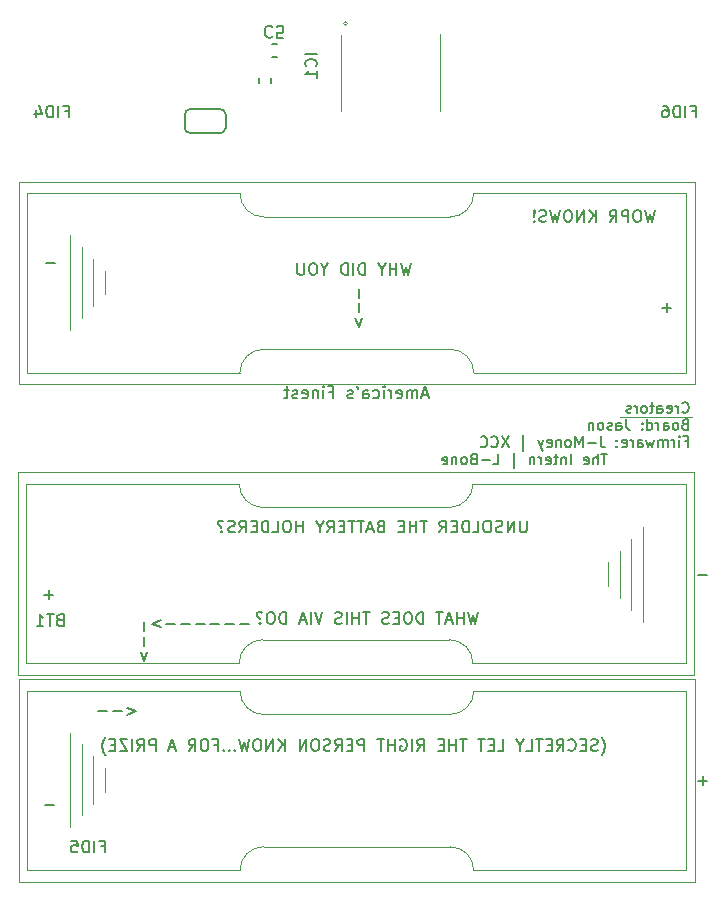
<source format=gbo>
G04 #@! TF.GenerationSoftware,KiCad,Pcbnew,8.99.0-unknown-bf16f757ed~178~ubuntu22.04.1*
G04 #@! TF.CreationDate,2024-04-23T09:45:43-07:00*
G04 #@! TF.ProjectId,rps_v4.0.0,7270735f-7634-42e3-902e-302e6b696361,rev?*
G04 #@! TF.SameCoordinates,PX6b4f310PY82524e0*
G04 #@! TF.FileFunction,Legend,Bot*
G04 #@! TF.FilePolarity,Positive*
%FSLAX46Y46*%
G04 Gerber Fmt 4.6, Leading zero omitted, Abs format (unit mm)*
G04 Created by KiCad (PCBNEW 8.99.0-unknown-bf16f757ed~178~ubuntu22.04.1) date 2024-04-23 09:45:43*
%MOMM*%
%LPD*%
G01*
G04 APERTURE LIST*
%ADD10C,0.100000*%
%ADD11C,0.127000*%
%ADD12C,0.150000*%
%ADD13C,0.120000*%
%ADD14C,0.203200*%
%ADD15C,0.152400*%
G04 APERTURE END LIST*
D10*
X59232800Y41265175D02*
X53187600Y41265175D01*
D11*
X8983047Y16304863D02*
X9744952Y16304863D01*
X10221142Y16304863D02*
X10983047Y16304863D01*
X11459237Y16019149D02*
X12221142Y16304863D01*
X12221142Y16304863D02*
X11459237Y16590577D01*
X51615038Y12600433D02*
X51662657Y12648052D01*
X51662657Y12648052D02*
X51757895Y12790909D01*
X51757895Y12790909D02*
X51805514Y12886147D01*
X51805514Y12886147D02*
X51853133Y13029004D01*
X51853133Y13029004D02*
X51900752Y13267100D01*
X51900752Y13267100D02*
X51900752Y13457576D01*
X51900752Y13457576D02*
X51853133Y13695671D01*
X51853133Y13695671D02*
X51805514Y13838528D01*
X51805514Y13838528D02*
X51757895Y13933766D01*
X51757895Y13933766D02*
X51662657Y14076624D01*
X51662657Y14076624D02*
X51615038Y14124243D01*
X51281704Y13029004D02*
X51138847Y12981385D01*
X51138847Y12981385D02*
X50900752Y12981385D01*
X50900752Y12981385D02*
X50805514Y13029004D01*
X50805514Y13029004D02*
X50757895Y13076624D01*
X50757895Y13076624D02*
X50710276Y13171862D01*
X50710276Y13171862D02*
X50710276Y13267100D01*
X50710276Y13267100D02*
X50757895Y13362338D01*
X50757895Y13362338D02*
X50805514Y13409957D01*
X50805514Y13409957D02*
X50900752Y13457576D01*
X50900752Y13457576D02*
X51091228Y13505195D01*
X51091228Y13505195D02*
X51186466Y13552814D01*
X51186466Y13552814D02*
X51234085Y13600433D01*
X51234085Y13600433D02*
X51281704Y13695671D01*
X51281704Y13695671D02*
X51281704Y13790909D01*
X51281704Y13790909D02*
X51234085Y13886147D01*
X51234085Y13886147D02*
X51186466Y13933766D01*
X51186466Y13933766D02*
X51091228Y13981385D01*
X51091228Y13981385D02*
X50853133Y13981385D01*
X50853133Y13981385D02*
X50710276Y13933766D01*
X50281704Y13505195D02*
X49948371Y13505195D01*
X49805514Y12981385D02*
X50281704Y12981385D01*
X50281704Y12981385D02*
X50281704Y13981385D01*
X50281704Y13981385D02*
X49805514Y13981385D01*
X48805514Y13076624D02*
X48853133Y13029004D01*
X48853133Y13029004D02*
X48995990Y12981385D01*
X48995990Y12981385D02*
X49091228Y12981385D01*
X49091228Y12981385D02*
X49234085Y13029004D01*
X49234085Y13029004D02*
X49329323Y13124243D01*
X49329323Y13124243D02*
X49376942Y13219481D01*
X49376942Y13219481D02*
X49424561Y13409957D01*
X49424561Y13409957D02*
X49424561Y13552814D01*
X49424561Y13552814D02*
X49376942Y13743290D01*
X49376942Y13743290D02*
X49329323Y13838528D01*
X49329323Y13838528D02*
X49234085Y13933766D01*
X49234085Y13933766D02*
X49091228Y13981385D01*
X49091228Y13981385D02*
X48995990Y13981385D01*
X48995990Y13981385D02*
X48853133Y13933766D01*
X48853133Y13933766D02*
X48805514Y13886147D01*
X47805514Y12981385D02*
X48138847Y13457576D01*
X48376942Y12981385D02*
X48376942Y13981385D01*
X48376942Y13981385D02*
X47995990Y13981385D01*
X47995990Y13981385D02*
X47900752Y13933766D01*
X47900752Y13933766D02*
X47853133Y13886147D01*
X47853133Y13886147D02*
X47805514Y13790909D01*
X47805514Y13790909D02*
X47805514Y13648052D01*
X47805514Y13648052D02*
X47853133Y13552814D01*
X47853133Y13552814D02*
X47900752Y13505195D01*
X47900752Y13505195D02*
X47995990Y13457576D01*
X47995990Y13457576D02*
X48376942Y13457576D01*
X47376942Y13505195D02*
X47043609Y13505195D01*
X46900752Y12981385D02*
X47376942Y12981385D01*
X47376942Y12981385D02*
X47376942Y13981385D01*
X47376942Y13981385D02*
X46900752Y13981385D01*
X46615037Y13981385D02*
X46043609Y13981385D01*
X46329323Y12981385D02*
X46329323Y13981385D01*
X45234085Y12981385D02*
X45710275Y12981385D01*
X45710275Y12981385D02*
X45710275Y13981385D01*
X44710275Y13457576D02*
X44710275Y12981385D01*
X45043608Y13981385D02*
X44710275Y13457576D01*
X44710275Y13457576D02*
X44376942Y13981385D01*
X42805513Y12981385D02*
X43281703Y12981385D01*
X43281703Y12981385D02*
X43281703Y13981385D01*
X42472179Y13505195D02*
X42138846Y13505195D01*
X41995989Y12981385D02*
X42472179Y12981385D01*
X42472179Y12981385D02*
X42472179Y13981385D01*
X42472179Y13981385D02*
X41995989Y13981385D01*
X41710274Y13981385D02*
X41138846Y13981385D01*
X41424560Y12981385D02*
X41424560Y13981385D01*
X40186464Y13981385D02*
X39615036Y13981385D01*
X39900750Y12981385D02*
X39900750Y13981385D01*
X39281702Y12981385D02*
X39281702Y13981385D01*
X39281702Y13505195D02*
X38710274Y13505195D01*
X38710274Y12981385D02*
X38710274Y13981385D01*
X38234083Y13505195D02*
X37900750Y13505195D01*
X37757893Y12981385D02*
X38234083Y12981385D01*
X38234083Y12981385D02*
X38234083Y13981385D01*
X38234083Y13981385D02*
X37757893Y13981385D01*
X35995988Y12981385D02*
X36329321Y13457576D01*
X36567416Y12981385D02*
X36567416Y13981385D01*
X36567416Y13981385D02*
X36186464Y13981385D01*
X36186464Y13981385D02*
X36091226Y13933766D01*
X36091226Y13933766D02*
X36043607Y13886147D01*
X36043607Y13886147D02*
X35995988Y13790909D01*
X35995988Y13790909D02*
X35995988Y13648052D01*
X35995988Y13648052D02*
X36043607Y13552814D01*
X36043607Y13552814D02*
X36091226Y13505195D01*
X36091226Y13505195D02*
X36186464Y13457576D01*
X36186464Y13457576D02*
X36567416Y13457576D01*
X35567416Y12981385D02*
X35567416Y13981385D01*
X34567417Y13933766D02*
X34662655Y13981385D01*
X34662655Y13981385D02*
X34805512Y13981385D01*
X34805512Y13981385D02*
X34948369Y13933766D01*
X34948369Y13933766D02*
X35043607Y13838528D01*
X35043607Y13838528D02*
X35091226Y13743290D01*
X35091226Y13743290D02*
X35138845Y13552814D01*
X35138845Y13552814D02*
X35138845Y13409957D01*
X35138845Y13409957D02*
X35091226Y13219481D01*
X35091226Y13219481D02*
X35043607Y13124243D01*
X35043607Y13124243D02*
X34948369Y13029004D01*
X34948369Y13029004D02*
X34805512Y12981385D01*
X34805512Y12981385D02*
X34710274Y12981385D01*
X34710274Y12981385D02*
X34567417Y13029004D01*
X34567417Y13029004D02*
X34519798Y13076624D01*
X34519798Y13076624D02*
X34519798Y13409957D01*
X34519798Y13409957D02*
X34710274Y13409957D01*
X34091226Y12981385D02*
X34091226Y13981385D01*
X34091226Y13505195D02*
X33519798Y13505195D01*
X33519798Y12981385D02*
X33519798Y13981385D01*
X33186464Y13981385D02*
X32615036Y13981385D01*
X32900750Y12981385D02*
X32900750Y13981385D01*
X31519797Y12981385D02*
X31519797Y13981385D01*
X31519797Y13981385D02*
X31138845Y13981385D01*
X31138845Y13981385D02*
X31043607Y13933766D01*
X31043607Y13933766D02*
X30995988Y13886147D01*
X30995988Y13886147D02*
X30948369Y13790909D01*
X30948369Y13790909D02*
X30948369Y13648052D01*
X30948369Y13648052D02*
X30995988Y13552814D01*
X30995988Y13552814D02*
X31043607Y13505195D01*
X31043607Y13505195D02*
X31138845Y13457576D01*
X31138845Y13457576D02*
X31519797Y13457576D01*
X30519797Y13505195D02*
X30186464Y13505195D01*
X30043607Y12981385D02*
X30519797Y12981385D01*
X30519797Y12981385D02*
X30519797Y13981385D01*
X30519797Y13981385D02*
X30043607Y13981385D01*
X29043607Y12981385D02*
X29376940Y13457576D01*
X29615035Y12981385D02*
X29615035Y13981385D01*
X29615035Y13981385D02*
X29234083Y13981385D01*
X29234083Y13981385D02*
X29138845Y13933766D01*
X29138845Y13933766D02*
X29091226Y13886147D01*
X29091226Y13886147D02*
X29043607Y13790909D01*
X29043607Y13790909D02*
X29043607Y13648052D01*
X29043607Y13648052D02*
X29091226Y13552814D01*
X29091226Y13552814D02*
X29138845Y13505195D01*
X29138845Y13505195D02*
X29234083Y13457576D01*
X29234083Y13457576D02*
X29615035Y13457576D01*
X28662654Y13029004D02*
X28519797Y12981385D01*
X28519797Y12981385D02*
X28281702Y12981385D01*
X28281702Y12981385D02*
X28186464Y13029004D01*
X28186464Y13029004D02*
X28138845Y13076624D01*
X28138845Y13076624D02*
X28091226Y13171862D01*
X28091226Y13171862D02*
X28091226Y13267100D01*
X28091226Y13267100D02*
X28138845Y13362338D01*
X28138845Y13362338D02*
X28186464Y13409957D01*
X28186464Y13409957D02*
X28281702Y13457576D01*
X28281702Y13457576D02*
X28472178Y13505195D01*
X28472178Y13505195D02*
X28567416Y13552814D01*
X28567416Y13552814D02*
X28615035Y13600433D01*
X28615035Y13600433D02*
X28662654Y13695671D01*
X28662654Y13695671D02*
X28662654Y13790909D01*
X28662654Y13790909D02*
X28615035Y13886147D01*
X28615035Y13886147D02*
X28567416Y13933766D01*
X28567416Y13933766D02*
X28472178Y13981385D01*
X28472178Y13981385D02*
X28234083Y13981385D01*
X28234083Y13981385D02*
X28091226Y13933766D01*
X27472178Y13981385D02*
X27281702Y13981385D01*
X27281702Y13981385D02*
X27186464Y13933766D01*
X27186464Y13933766D02*
X27091226Y13838528D01*
X27091226Y13838528D02*
X27043607Y13648052D01*
X27043607Y13648052D02*
X27043607Y13314719D01*
X27043607Y13314719D02*
X27091226Y13124243D01*
X27091226Y13124243D02*
X27186464Y13029004D01*
X27186464Y13029004D02*
X27281702Y12981385D01*
X27281702Y12981385D02*
X27472178Y12981385D01*
X27472178Y12981385D02*
X27567416Y13029004D01*
X27567416Y13029004D02*
X27662654Y13124243D01*
X27662654Y13124243D02*
X27710273Y13314719D01*
X27710273Y13314719D02*
X27710273Y13648052D01*
X27710273Y13648052D02*
X27662654Y13838528D01*
X27662654Y13838528D02*
X27567416Y13933766D01*
X27567416Y13933766D02*
X27472178Y13981385D01*
X26615035Y12981385D02*
X26615035Y13981385D01*
X26615035Y13981385D02*
X26043607Y12981385D01*
X26043607Y12981385D02*
X26043607Y13981385D01*
X24805511Y12981385D02*
X24805511Y13981385D01*
X24234083Y12981385D02*
X24662654Y13552814D01*
X24234083Y13981385D02*
X24805511Y13409957D01*
X23805511Y12981385D02*
X23805511Y13981385D01*
X23805511Y13981385D02*
X23234083Y12981385D01*
X23234083Y12981385D02*
X23234083Y13981385D01*
X22567416Y13981385D02*
X22376940Y13981385D01*
X22376940Y13981385D02*
X22281702Y13933766D01*
X22281702Y13933766D02*
X22186464Y13838528D01*
X22186464Y13838528D02*
X22138845Y13648052D01*
X22138845Y13648052D02*
X22138845Y13314719D01*
X22138845Y13314719D02*
X22186464Y13124243D01*
X22186464Y13124243D02*
X22281702Y13029004D01*
X22281702Y13029004D02*
X22376940Y12981385D01*
X22376940Y12981385D02*
X22567416Y12981385D01*
X22567416Y12981385D02*
X22662654Y13029004D01*
X22662654Y13029004D02*
X22757892Y13124243D01*
X22757892Y13124243D02*
X22805511Y13314719D01*
X22805511Y13314719D02*
X22805511Y13648052D01*
X22805511Y13648052D02*
X22757892Y13838528D01*
X22757892Y13838528D02*
X22662654Y13933766D01*
X22662654Y13933766D02*
X22567416Y13981385D01*
X21805511Y13981385D02*
X21567416Y12981385D01*
X21567416Y12981385D02*
X21376940Y13695671D01*
X21376940Y13695671D02*
X21186464Y12981385D01*
X21186464Y12981385D02*
X20948369Y13981385D01*
X20567416Y13076624D02*
X20519797Y13029004D01*
X20519797Y13029004D02*
X20567416Y12981385D01*
X20567416Y12981385D02*
X20615035Y13029004D01*
X20615035Y13029004D02*
X20567416Y13076624D01*
X20567416Y13076624D02*
X20567416Y12981385D01*
X20091226Y13076624D02*
X20043607Y13029004D01*
X20043607Y13029004D02*
X20091226Y12981385D01*
X20091226Y12981385D02*
X20138845Y13029004D01*
X20138845Y13029004D02*
X20091226Y13076624D01*
X20091226Y13076624D02*
X20091226Y12981385D01*
X19615036Y13076624D02*
X19567417Y13029004D01*
X19567417Y13029004D02*
X19615036Y12981385D01*
X19615036Y12981385D02*
X19662655Y13029004D01*
X19662655Y13029004D02*
X19615036Y13076624D01*
X19615036Y13076624D02*
X19615036Y12981385D01*
X18805513Y13505195D02*
X19138846Y13505195D01*
X19138846Y12981385D02*
X19138846Y13981385D01*
X19138846Y13981385D02*
X18662656Y13981385D01*
X18091227Y13981385D02*
X17900751Y13981385D01*
X17900751Y13981385D02*
X17805513Y13933766D01*
X17805513Y13933766D02*
X17710275Y13838528D01*
X17710275Y13838528D02*
X17662656Y13648052D01*
X17662656Y13648052D02*
X17662656Y13314719D01*
X17662656Y13314719D02*
X17710275Y13124243D01*
X17710275Y13124243D02*
X17805513Y13029004D01*
X17805513Y13029004D02*
X17900751Y12981385D01*
X17900751Y12981385D02*
X18091227Y12981385D01*
X18091227Y12981385D02*
X18186465Y13029004D01*
X18186465Y13029004D02*
X18281703Y13124243D01*
X18281703Y13124243D02*
X18329322Y13314719D01*
X18329322Y13314719D02*
X18329322Y13648052D01*
X18329322Y13648052D02*
X18281703Y13838528D01*
X18281703Y13838528D02*
X18186465Y13933766D01*
X18186465Y13933766D02*
X18091227Y13981385D01*
X16662656Y12981385D02*
X16995989Y13457576D01*
X17234084Y12981385D02*
X17234084Y13981385D01*
X17234084Y13981385D02*
X16853132Y13981385D01*
X16853132Y13981385D02*
X16757894Y13933766D01*
X16757894Y13933766D02*
X16710275Y13886147D01*
X16710275Y13886147D02*
X16662656Y13790909D01*
X16662656Y13790909D02*
X16662656Y13648052D01*
X16662656Y13648052D02*
X16710275Y13552814D01*
X16710275Y13552814D02*
X16757894Y13505195D01*
X16757894Y13505195D02*
X16853132Y13457576D01*
X16853132Y13457576D02*
X17234084Y13457576D01*
X15519798Y13267100D02*
X15043608Y13267100D01*
X15615036Y12981385D02*
X15281703Y13981385D01*
X15281703Y13981385D02*
X14948370Y12981385D01*
X13853131Y12981385D02*
X13853131Y13981385D01*
X13853131Y13981385D02*
X13472179Y13981385D01*
X13472179Y13981385D02*
X13376941Y13933766D01*
X13376941Y13933766D02*
X13329322Y13886147D01*
X13329322Y13886147D02*
X13281703Y13790909D01*
X13281703Y13790909D02*
X13281703Y13648052D01*
X13281703Y13648052D02*
X13329322Y13552814D01*
X13329322Y13552814D02*
X13376941Y13505195D01*
X13376941Y13505195D02*
X13472179Y13457576D01*
X13472179Y13457576D02*
X13853131Y13457576D01*
X12281703Y12981385D02*
X12615036Y13457576D01*
X12853131Y12981385D02*
X12853131Y13981385D01*
X12853131Y13981385D02*
X12472179Y13981385D01*
X12472179Y13981385D02*
X12376941Y13933766D01*
X12376941Y13933766D02*
X12329322Y13886147D01*
X12329322Y13886147D02*
X12281703Y13790909D01*
X12281703Y13790909D02*
X12281703Y13648052D01*
X12281703Y13648052D02*
X12329322Y13552814D01*
X12329322Y13552814D02*
X12376941Y13505195D01*
X12376941Y13505195D02*
X12472179Y13457576D01*
X12472179Y13457576D02*
X12853131Y13457576D01*
X11853131Y12981385D02*
X11853131Y13981385D01*
X11472179Y13981385D02*
X10805513Y13981385D01*
X10805513Y13981385D02*
X11472179Y12981385D01*
X11472179Y12981385D02*
X10805513Y12981385D01*
X10424560Y13505195D02*
X10091227Y13505195D01*
X9948370Y12981385D02*
X10424560Y12981385D01*
X10424560Y12981385D02*
X10424560Y13981385D01*
X10424560Y13981385D02*
X9948370Y13981385D01*
X9615036Y12600433D02*
X9567417Y12648052D01*
X9567417Y12648052D02*
X9472179Y12790909D01*
X9472179Y12790909D02*
X9424560Y12886147D01*
X9424560Y12886147D02*
X9376941Y13029004D01*
X9376941Y13029004D02*
X9329322Y13267100D01*
X9329322Y13267100D02*
X9329322Y13457576D01*
X9329322Y13457576D02*
X9376941Y13695671D01*
X9376941Y13695671D02*
X9424560Y13838528D01*
X9424560Y13838528D02*
X9472179Y13933766D01*
X9472179Y13933766D02*
X9567417Y14076624D01*
X9567417Y14076624D02*
X9615036Y14124243D01*
X31036862Y52103953D02*
X31036862Y51342048D01*
X31036862Y50865858D02*
X31036862Y50103953D01*
X30751148Y49627763D02*
X31036862Y48865858D01*
X31036862Y48865858D02*
X31322576Y49627763D01*
X41175590Y24725585D02*
X40937495Y23725585D01*
X40937495Y23725585D02*
X40747019Y24439871D01*
X40747019Y24439871D02*
X40556543Y23725585D01*
X40556543Y23725585D02*
X40318448Y24725585D01*
X39937495Y23725585D02*
X39937495Y24725585D01*
X39937495Y24249395D02*
X39366067Y24249395D01*
X39366067Y23725585D02*
X39366067Y24725585D01*
X38937495Y24011300D02*
X38461305Y24011300D01*
X39032733Y23725585D02*
X38699400Y24725585D01*
X38699400Y24725585D02*
X38366067Y23725585D01*
X38175590Y24725585D02*
X37604162Y24725585D01*
X37889876Y23725585D02*
X37889876Y24725585D01*
X36508923Y23725585D02*
X36508923Y24725585D01*
X36508923Y24725585D02*
X36270828Y24725585D01*
X36270828Y24725585D02*
X36127971Y24677966D01*
X36127971Y24677966D02*
X36032733Y24582728D01*
X36032733Y24582728D02*
X35985114Y24487490D01*
X35985114Y24487490D02*
X35937495Y24297014D01*
X35937495Y24297014D02*
X35937495Y24154157D01*
X35937495Y24154157D02*
X35985114Y23963681D01*
X35985114Y23963681D02*
X36032733Y23868443D01*
X36032733Y23868443D02*
X36127971Y23773204D01*
X36127971Y23773204D02*
X36270828Y23725585D01*
X36270828Y23725585D02*
X36508923Y23725585D01*
X35318447Y24725585D02*
X35127971Y24725585D01*
X35127971Y24725585D02*
X35032733Y24677966D01*
X35032733Y24677966D02*
X34937495Y24582728D01*
X34937495Y24582728D02*
X34889876Y24392252D01*
X34889876Y24392252D02*
X34889876Y24058919D01*
X34889876Y24058919D02*
X34937495Y23868443D01*
X34937495Y23868443D02*
X35032733Y23773204D01*
X35032733Y23773204D02*
X35127971Y23725585D01*
X35127971Y23725585D02*
X35318447Y23725585D01*
X35318447Y23725585D02*
X35413685Y23773204D01*
X35413685Y23773204D02*
X35508923Y23868443D01*
X35508923Y23868443D02*
X35556542Y24058919D01*
X35556542Y24058919D02*
X35556542Y24392252D01*
X35556542Y24392252D02*
X35508923Y24582728D01*
X35508923Y24582728D02*
X35413685Y24677966D01*
X35413685Y24677966D02*
X35318447Y24725585D01*
X34461304Y24249395D02*
X34127971Y24249395D01*
X33985114Y23725585D02*
X34461304Y23725585D01*
X34461304Y23725585D02*
X34461304Y24725585D01*
X34461304Y24725585D02*
X33985114Y24725585D01*
X33604161Y23773204D02*
X33461304Y23725585D01*
X33461304Y23725585D02*
X33223209Y23725585D01*
X33223209Y23725585D02*
X33127971Y23773204D01*
X33127971Y23773204D02*
X33080352Y23820824D01*
X33080352Y23820824D02*
X33032733Y23916062D01*
X33032733Y23916062D02*
X33032733Y24011300D01*
X33032733Y24011300D02*
X33080352Y24106538D01*
X33080352Y24106538D02*
X33127971Y24154157D01*
X33127971Y24154157D02*
X33223209Y24201776D01*
X33223209Y24201776D02*
X33413685Y24249395D01*
X33413685Y24249395D02*
X33508923Y24297014D01*
X33508923Y24297014D02*
X33556542Y24344633D01*
X33556542Y24344633D02*
X33604161Y24439871D01*
X33604161Y24439871D02*
X33604161Y24535109D01*
X33604161Y24535109D02*
X33556542Y24630347D01*
X33556542Y24630347D02*
X33508923Y24677966D01*
X33508923Y24677966D02*
X33413685Y24725585D01*
X33413685Y24725585D02*
X33175590Y24725585D01*
X33175590Y24725585D02*
X33032733Y24677966D01*
X31985113Y24725585D02*
X31413685Y24725585D01*
X31699399Y23725585D02*
X31699399Y24725585D01*
X31080351Y23725585D02*
X31080351Y24725585D01*
X31080351Y24249395D02*
X30508923Y24249395D01*
X30508923Y23725585D02*
X30508923Y24725585D01*
X30032732Y23725585D02*
X30032732Y24725585D01*
X29604161Y23773204D02*
X29461304Y23725585D01*
X29461304Y23725585D02*
X29223209Y23725585D01*
X29223209Y23725585D02*
X29127971Y23773204D01*
X29127971Y23773204D02*
X29080352Y23820824D01*
X29080352Y23820824D02*
X29032733Y23916062D01*
X29032733Y23916062D02*
X29032733Y24011300D01*
X29032733Y24011300D02*
X29080352Y24106538D01*
X29080352Y24106538D02*
X29127971Y24154157D01*
X29127971Y24154157D02*
X29223209Y24201776D01*
X29223209Y24201776D02*
X29413685Y24249395D01*
X29413685Y24249395D02*
X29508923Y24297014D01*
X29508923Y24297014D02*
X29556542Y24344633D01*
X29556542Y24344633D02*
X29604161Y24439871D01*
X29604161Y24439871D02*
X29604161Y24535109D01*
X29604161Y24535109D02*
X29556542Y24630347D01*
X29556542Y24630347D02*
X29508923Y24677966D01*
X29508923Y24677966D02*
X29413685Y24725585D01*
X29413685Y24725585D02*
X29175590Y24725585D01*
X29175590Y24725585D02*
X29032733Y24677966D01*
X27985113Y24725585D02*
X27651780Y23725585D01*
X27651780Y23725585D02*
X27318447Y24725585D01*
X26985113Y23725585D02*
X26985113Y24725585D01*
X26556542Y24011300D02*
X26080352Y24011300D01*
X26651780Y23725585D02*
X26318447Y24725585D01*
X26318447Y24725585D02*
X25985114Y23725585D01*
X24889875Y23725585D02*
X24889875Y24725585D01*
X24889875Y24725585D02*
X24651780Y24725585D01*
X24651780Y24725585D02*
X24508923Y24677966D01*
X24508923Y24677966D02*
X24413685Y24582728D01*
X24413685Y24582728D02*
X24366066Y24487490D01*
X24366066Y24487490D02*
X24318447Y24297014D01*
X24318447Y24297014D02*
X24318447Y24154157D01*
X24318447Y24154157D02*
X24366066Y23963681D01*
X24366066Y23963681D02*
X24413685Y23868443D01*
X24413685Y23868443D02*
X24508923Y23773204D01*
X24508923Y23773204D02*
X24651780Y23725585D01*
X24651780Y23725585D02*
X24889875Y23725585D01*
X23699399Y24725585D02*
X23508923Y24725585D01*
X23508923Y24725585D02*
X23413685Y24677966D01*
X23413685Y24677966D02*
X23318447Y24582728D01*
X23318447Y24582728D02*
X23270828Y24392252D01*
X23270828Y24392252D02*
X23270828Y24058919D01*
X23270828Y24058919D02*
X23318447Y23868443D01*
X23318447Y23868443D02*
X23413685Y23773204D01*
X23413685Y23773204D02*
X23508923Y23725585D01*
X23508923Y23725585D02*
X23699399Y23725585D01*
X23699399Y23725585D02*
X23794637Y23773204D01*
X23794637Y23773204D02*
X23889875Y23868443D01*
X23889875Y23868443D02*
X23937494Y24058919D01*
X23937494Y24058919D02*
X23937494Y24392252D01*
X23937494Y24392252D02*
X23889875Y24582728D01*
X23889875Y24582728D02*
X23794637Y24677966D01*
X23794637Y24677966D02*
X23699399Y24725585D01*
X22699399Y23820824D02*
X22651780Y23773204D01*
X22651780Y23773204D02*
X22699399Y23725585D01*
X22699399Y23725585D02*
X22747018Y23773204D01*
X22747018Y23773204D02*
X22699399Y23820824D01*
X22699399Y23820824D02*
X22699399Y23725585D01*
X22889875Y24677966D02*
X22794637Y24725585D01*
X22794637Y24725585D02*
X22556542Y24725585D01*
X22556542Y24725585D02*
X22461304Y24677966D01*
X22461304Y24677966D02*
X22413685Y24582728D01*
X22413685Y24582728D02*
X22413685Y24487490D01*
X22413685Y24487490D02*
X22461304Y24392252D01*
X22461304Y24392252D02*
X22508923Y24344633D01*
X22508923Y24344633D02*
X22604161Y24297014D01*
X22604161Y24297014D02*
X22651780Y24249395D01*
X22651780Y24249395D02*
X22699399Y24154157D01*
X22699399Y24154157D02*
X22699399Y24106538D01*
X36911571Y43127675D02*
X36435381Y43127675D01*
X37006809Y42841960D02*
X36673476Y43841960D01*
X36673476Y43841960D02*
X36340143Y42841960D01*
X36006809Y42841960D02*
X36006809Y43508627D01*
X36006809Y43413389D02*
X35959190Y43461008D01*
X35959190Y43461008D02*
X35863952Y43508627D01*
X35863952Y43508627D02*
X35721095Y43508627D01*
X35721095Y43508627D02*
X35625857Y43461008D01*
X35625857Y43461008D02*
X35578238Y43365770D01*
X35578238Y43365770D02*
X35578238Y42841960D01*
X35578238Y43365770D02*
X35530619Y43461008D01*
X35530619Y43461008D02*
X35435381Y43508627D01*
X35435381Y43508627D02*
X35292524Y43508627D01*
X35292524Y43508627D02*
X35197285Y43461008D01*
X35197285Y43461008D02*
X35149666Y43365770D01*
X35149666Y43365770D02*
X35149666Y42841960D01*
X34292524Y42889579D02*
X34387762Y42841960D01*
X34387762Y42841960D02*
X34578238Y42841960D01*
X34578238Y42841960D02*
X34673476Y42889579D01*
X34673476Y42889579D02*
X34721095Y42984818D01*
X34721095Y42984818D02*
X34721095Y43365770D01*
X34721095Y43365770D02*
X34673476Y43461008D01*
X34673476Y43461008D02*
X34578238Y43508627D01*
X34578238Y43508627D02*
X34387762Y43508627D01*
X34387762Y43508627D02*
X34292524Y43461008D01*
X34292524Y43461008D02*
X34244905Y43365770D01*
X34244905Y43365770D02*
X34244905Y43270532D01*
X34244905Y43270532D02*
X34721095Y43175294D01*
X33816333Y42841960D02*
X33816333Y43508627D01*
X33816333Y43318151D02*
X33768714Y43413389D01*
X33768714Y43413389D02*
X33721095Y43461008D01*
X33721095Y43461008D02*
X33625857Y43508627D01*
X33625857Y43508627D02*
X33530619Y43508627D01*
X33197285Y42841960D02*
X33197285Y43508627D01*
X33197285Y43841960D02*
X33244904Y43794341D01*
X33244904Y43794341D02*
X33197285Y43746722D01*
X33197285Y43746722D02*
X33149666Y43794341D01*
X33149666Y43794341D02*
X33197285Y43841960D01*
X33197285Y43841960D02*
X33197285Y43746722D01*
X32292524Y42889579D02*
X32387762Y42841960D01*
X32387762Y42841960D02*
X32578238Y42841960D01*
X32578238Y42841960D02*
X32673476Y42889579D01*
X32673476Y42889579D02*
X32721095Y42937199D01*
X32721095Y42937199D02*
X32768714Y43032437D01*
X32768714Y43032437D02*
X32768714Y43318151D01*
X32768714Y43318151D02*
X32721095Y43413389D01*
X32721095Y43413389D02*
X32673476Y43461008D01*
X32673476Y43461008D02*
X32578238Y43508627D01*
X32578238Y43508627D02*
X32387762Y43508627D01*
X32387762Y43508627D02*
X32292524Y43461008D01*
X31435381Y42841960D02*
X31435381Y43365770D01*
X31435381Y43365770D02*
X31483000Y43461008D01*
X31483000Y43461008D02*
X31578238Y43508627D01*
X31578238Y43508627D02*
X31768714Y43508627D01*
X31768714Y43508627D02*
X31863952Y43461008D01*
X31435381Y42889579D02*
X31530619Y42841960D01*
X31530619Y42841960D02*
X31768714Y42841960D01*
X31768714Y42841960D02*
X31863952Y42889579D01*
X31863952Y42889579D02*
X31911571Y42984818D01*
X31911571Y42984818D02*
X31911571Y43080056D01*
X31911571Y43080056D02*
X31863952Y43175294D01*
X31863952Y43175294D02*
X31768714Y43222913D01*
X31768714Y43222913D02*
X31530619Y43222913D01*
X31530619Y43222913D02*
X31435381Y43270532D01*
X30911571Y43841960D02*
X31006809Y43651484D01*
X30530619Y42889579D02*
X30435381Y42841960D01*
X30435381Y42841960D02*
X30244905Y42841960D01*
X30244905Y42841960D02*
X30149667Y42889579D01*
X30149667Y42889579D02*
X30102048Y42984818D01*
X30102048Y42984818D02*
X30102048Y43032437D01*
X30102048Y43032437D02*
X30149667Y43127675D01*
X30149667Y43127675D02*
X30244905Y43175294D01*
X30244905Y43175294D02*
X30387762Y43175294D01*
X30387762Y43175294D02*
X30483000Y43222913D01*
X30483000Y43222913D02*
X30530619Y43318151D01*
X30530619Y43318151D02*
X30530619Y43365770D01*
X30530619Y43365770D02*
X30483000Y43461008D01*
X30483000Y43461008D02*
X30387762Y43508627D01*
X30387762Y43508627D02*
X30244905Y43508627D01*
X30244905Y43508627D02*
X30149667Y43461008D01*
X28578238Y43365770D02*
X28911571Y43365770D01*
X28911571Y42841960D02*
X28911571Y43841960D01*
X28911571Y43841960D02*
X28435381Y43841960D01*
X28054428Y42841960D02*
X28054428Y43508627D01*
X28054428Y43841960D02*
X28102047Y43794341D01*
X28102047Y43794341D02*
X28054428Y43746722D01*
X28054428Y43746722D02*
X28006809Y43794341D01*
X28006809Y43794341D02*
X28054428Y43841960D01*
X28054428Y43841960D02*
X28054428Y43746722D01*
X27578238Y43508627D02*
X27578238Y42841960D01*
X27578238Y43413389D02*
X27530619Y43461008D01*
X27530619Y43461008D02*
X27435381Y43508627D01*
X27435381Y43508627D02*
X27292524Y43508627D01*
X27292524Y43508627D02*
X27197286Y43461008D01*
X27197286Y43461008D02*
X27149667Y43365770D01*
X27149667Y43365770D02*
X27149667Y42841960D01*
X26292524Y42889579D02*
X26387762Y42841960D01*
X26387762Y42841960D02*
X26578238Y42841960D01*
X26578238Y42841960D02*
X26673476Y42889579D01*
X26673476Y42889579D02*
X26721095Y42984818D01*
X26721095Y42984818D02*
X26721095Y43365770D01*
X26721095Y43365770D02*
X26673476Y43461008D01*
X26673476Y43461008D02*
X26578238Y43508627D01*
X26578238Y43508627D02*
X26387762Y43508627D01*
X26387762Y43508627D02*
X26292524Y43461008D01*
X26292524Y43461008D02*
X26244905Y43365770D01*
X26244905Y43365770D02*
X26244905Y43270532D01*
X26244905Y43270532D02*
X26721095Y43175294D01*
X25863952Y42889579D02*
X25768714Y42841960D01*
X25768714Y42841960D02*
X25578238Y42841960D01*
X25578238Y42841960D02*
X25483000Y42889579D01*
X25483000Y42889579D02*
X25435381Y42984818D01*
X25435381Y42984818D02*
X25435381Y43032437D01*
X25435381Y43032437D02*
X25483000Y43127675D01*
X25483000Y43127675D02*
X25578238Y43175294D01*
X25578238Y43175294D02*
X25721095Y43175294D01*
X25721095Y43175294D02*
X25816333Y43222913D01*
X25816333Y43222913D02*
X25863952Y43318151D01*
X25863952Y43318151D02*
X25863952Y43365770D01*
X25863952Y43365770D02*
X25816333Y43461008D01*
X25816333Y43461008D02*
X25721095Y43508627D01*
X25721095Y43508627D02*
X25578238Y43508627D01*
X25578238Y43508627D02*
X25483000Y43461008D01*
X25149666Y43508627D02*
X24768714Y43508627D01*
X25006809Y43841960D02*
X25006809Y42984818D01*
X25006809Y42984818D02*
X24959190Y42889579D01*
X24959190Y42889579D02*
X24863952Y42841960D01*
X24863952Y42841960D02*
X24768714Y42841960D01*
X12875862Y23859153D02*
X12875862Y23097248D01*
X12875862Y22621058D02*
X12875862Y21859153D01*
X12590148Y21382963D02*
X12875862Y20621058D01*
X12875862Y20621058D02*
X13161576Y21382963D01*
X45271352Y32472585D02*
X45271352Y31663062D01*
X45271352Y31663062D02*
X45223733Y31567824D01*
X45223733Y31567824D02*
X45176114Y31520204D01*
X45176114Y31520204D02*
X45080876Y31472585D01*
X45080876Y31472585D02*
X44890400Y31472585D01*
X44890400Y31472585D02*
X44795162Y31520204D01*
X44795162Y31520204D02*
X44747543Y31567824D01*
X44747543Y31567824D02*
X44699924Y31663062D01*
X44699924Y31663062D02*
X44699924Y32472585D01*
X44223733Y31472585D02*
X44223733Y32472585D01*
X44223733Y32472585D02*
X43652305Y31472585D01*
X43652305Y31472585D02*
X43652305Y32472585D01*
X43223733Y31520204D02*
X43080876Y31472585D01*
X43080876Y31472585D02*
X42842781Y31472585D01*
X42842781Y31472585D02*
X42747543Y31520204D01*
X42747543Y31520204D02*
X42699924Y31567824D01*
X42699924Y31567824D02*
X42652305Y31663062D01*
X42652305Y31663062D02*
X42652305Y31758300D01*
X42652305Y31758300D02*
X42699924Y31853538D01*
X42699924Y31853538D02*
X42747543Y31901157D01*
X42747543Y31901157D02*
X42842781Y31948776D01*
X42842781Y31948776D02*
X43033257Y31996395D01*
X43033257Y31996395D02*
X43128495Y32044014D01*
X43128495Y32044014D02*
X43176114Y32091633D01*
X43176114Y32091633D02*
X43223733Y32186871D01*
X43223733Y32186871D02*
X43223733Y32282109D01*
X43223733Y32282109D02*
X43176114Y32377347D01*
X43176114Y32377347D02*
X43128495Y32424966D01*
X43128495Y32424966D02*
X43033257Y32472585D01*
X43033257Y32472585D02*
X42795162Y32472585D01*
X42795162Y32472585D02*
X42652305Y32424966D01*
X42033257Y32472585D02*
X41842781Y32472585D01*
X41842781Y32472585D02*
X41747543Y32424966D01*
X41747543Y32424966D02*
X41652305Y32329728D01*
X41652305Y32329728D02*
X41604686Y32139252D01*
X41604686Y32139252D02*
X41604686Y31805919D01*
X41604686Y31805919D02*
X41652305Y31615443D01*
X41652305Y31615443D02*
X41747543Y31520204D01*
X41747543Y31520204D02*
X41842781Y31472585D01*
X41842781Y31472585D02*
X42033257Y31472585D01*
X42033257Y31472585D02*
X42128495Y31520204D01*
X42128495Y31520204D02*
X42223733Y31615443D01*
X42223733Y31615443D02*
X42271352Y31805919D01*
X42271352Y31805919D02*
X42271352Y32139252D01*
X42271352Y32139252D02*
X42223733Y32329728D01*
X42223733Y32329728D02*
X42128495Y32424966D01*
X42128495Y32424966D02*
X42033257Y32472585D01*
X40699924Y31472585D02*
X41176114Y31472585D01*
X41176114Y31472585D02*
X41176114Y32472585D01*
X40366590Y31472585D02*
X40366590Y32472585D01*
X40366590Y32472585D02*
X40128495Y32472585D01*
X40128495Y32472585D02*
X39985638Y32424966D01*
X39985638Y32424966D02*
X39890400Y32329728D01*
X39890400Y32329728D02*
X39842781Y32234490D01*
X39842781Y32234490D02*
X39795162Y32044014D01*
X39795162Y32044014D02*
X39795162Y31901157D01*
X39795162Y31901157D02*
X39842781Y31710681D01*
X39842781Y31710681D02*
X39890400Y31615443D01*
X39890400Y31615443D02*
X39985638Y31520204D01*
X39985638Y31520204D02*
X40128495Y31472585D01*
X40128495Y31472585D02*
X40366590Y31472585D01*
X39366590Y31996395D02*
X39033257Y31996395D01*
X38890400Y31472585D02*
X39366590Y31472585D01*
X39366590Y31472585D02*
X39366590Y32472585D01*
X39366590Y32472585D02*
X38890400Y32472585D01*
X37890400Y31472585D02*
X38223733Y31948776D01*
X38461828Y31472585D02*
X38461828Y32472585D01*
X38461828Y32472585D02*
X38080876Y32472585D01*
X38080876Y32472585D02*
X37985638Y32424966D01*
X37985638Y32424966D02*
X37938019Y32377347D01*
X37938019Y32377347D02*
X37890400Y32282109D01*
X37890400Y32282109D02*
X37890400Y32139252D01*
X37890400Y32139252D02*
X37938019Y32044014D01*
X37938019Y32044014D02*
X37985638Y31996395D01*
X37985638Y31996395D02*
X38080876Y31948776D01*
X38080876Y31948776D02*
X38461828Y31948776D01*
X36842780Y32472585D02*
X36271352Y32472585D01*
X36557066Y31472585D02*
X36557066Y32472585D01*
X35938018Y31472585D02*
X35938018Y32472585D01*
X35938018Y31996395D02*
X35366590Y31996395D01*
X35366590Y31472585D02*
X35366590Y32472585D01*
X34890399Y31996395D02*
X34557066Y31996395D01*
X34414209Y31472585D02*
X34890399Y31472585D01*
X34890399Y31472585D02*
X34890399Y32472585D01*
X34890399Y32472585D02*
X34414209Y32472585D01*
X32890399Y31996395D02*
X32747542Y31948776D01*
X32747542Y31948776D02*
X32699923Y31901157D01*
X32699923Y31901157D02*
X32652304Y31805919D01*
X32652304Y31805919D02*
X32652304Y31663062D01*
X32652304Y31663062D02*
X32699923Y31567824D01*
X32699923Y31567824D02*
X32747542Y31520204D01*
X32747542Y31520204D02*
X32842780Y31472585D01*
X32842780Y31472585D02*
X33223732Y31472585D01*
X33223732Y31472585D02*
X33223732Y32472585D01*
X33223732Y32472585D02*
X32890399Y32472585D01*
X32890399Y32472585D02*
X32795161Y32424966D01*
X32795161Y32424966D02*
X32747542Y32377347D01*
X32747542Y32377347D02*
X32699923Y32282109D01*
X32699923Y32282109D02*
X32699923Y32186871D01*
X32699923Y32186871D02*
X32747542Y32091633D01*
X32747542Y32091633D02*
X32795161Y32044014D01*
X32795161Y32044014D02*
X32890399Y31996395D01*
X32890399Y31996395D02*
X33223732Y31996395D01*
X32271351Y31758300D02*
X31795161Y31758300D01*
X32366589Y31472585D02*
X32033256Y32472585D01*
X32033256Y32472585D02*
X31699923Y31472585D01*
X31509446Y32472585D02*
X30938018Y32472585D01*
X31223732Y31472585D02*
X31223732Y32472585D01*
X30747541Y32472585D02*
X30176113Y32472585D01*
X30461827Y31472585D02*
X30461827Y32472585D01*
X29842779Y31996395D02*
X29509446Y31996395D01*
X29366589Y31472585D02*
X29842779Y31472585D01*
X29842779Y31472585D02*
X29842779Y32472585D01*
X29842779Y32472585D02*
X29366589Y32472585D01*
X28366589Y31472585D02*
X28699922Y31948776D01*
X28938017Y31472585D02*
X28938017Y32472585D01*
X28938017Y32472585D02*
X28557065Y32472585D01*
X28557065Y32472585D02*
X28461827Y32424966D01*
X28461827Y32424966D02*
X28414208Y32377347D01*
X28414208Y32377347D02*
X28366589Y32282109D01*
X28366589Y32282109D02*
X28366589Y32139252D01*
X28366589Y32139252D02*
X28414208Y32044014D01*
X28414208Y32044014D02*
X28461827Y31996395D01*
X28461827Y31996395D02*
X28557065Y31948776D01*
X28557065Y31948776D02*
X28938017Y31948776D01*
X27747541Y31948776D02*
X27747541Y31472585D01*
X28080874Y32472585D02*
X27747541Y31948776D01*
X27747541Y31948776D02*
X27414208Y32472585D01*
X26318969Y31472585D02*
X26318969Y32472585D01*
X26318969Y31996395D02*
X25747541Y31996395D01*
X25747541Y31472585D02*
X25747541Y32472585D01*
X25080874Y32472585D02*
X24890398Y32472585D01*
X24890398Y32472585D02*
X24795160Y32424966D01*
X24795160Y32424966D02*
X24699922Y32329728D01*
X24699922Y32329728D02*
X24652303Y32139252D01*
X24652303Y32139252D02*
X24652303Y31805919D01*
X24652303Y31805919D02*
X24699922Y31615443D01*
X24699922Y31615443D02*
X24795160Y31520204D01*
X24795160Y31520204D02*
X24890398Y31472585D01*
X24890398Y31472585D02*
X25080874Y31472585D01*
X25080874Y31472585D02*
X25176112Y31520204D01*
X25176112Y31520204D02*
X25271350Y31615443D01*
X25271350Y31615443D02*
X25318969Y31805919D01*
X25318969Y31805919D02*
X25318969Y32139252D01*
X25318969Y32139252D02*
X25271350Y32329728D01*
X25271350Y32329728D02*
X25176112Y32424966D01*
X25176112Y32424966D02*
X25080874Y32472585D01*
X23747541Y31472585D02*
X24223731Y31472585D01*
X24223731Y31472585D02*
X24223731Y32472585D01*
X23414207Y31472585D02*
X23414207Y32472585D01*
X23414207Y32472585D02*
X23176112Y32472585D01*
X23176112Y32472585D02*
X23033255Y32424966D01*
X23033255Y32424966D02*
X22938017Y32329728D01*
X22938017Y32329728D02*
X22890398Y32234490D01*
X22890398Y32234490D02*
X22842779Y32044014D01*
X22842779Y32044014D02*
X22842779Y31901157D01*
X22842779Y31901157D02*
X22890398Y31710681D01*
X22890398Y31710681D02*
X22938017Y31615443D01*
X22938017Y31615443D02*
X23033255Y31520204D01*
X23033255Y31520204D02*
X23176112Y31472585D01*
X23176112Y31472585D02*
X23414207Y31472585D01*
X22414207Y31996395D02*
X22080874Y31996395D01*
X21938017Y31472585D02*
X22414207Y31472585D01*
X22414207Y31472585D02*
X22414207Y32472585D01*
X22414207Y32472585D02*
X21938017Y32472585D01*
X20938017Y31472585D02*
X21271350Y31948776D01*
X21509445Y31472585D02*
X21509445Y32472585D01*
X21509445Y32472585D02*
X21128493Y32472585D01*
X21128493Y32472585D02*
X21033255Y32424966D01*
X21033255Y32424966D02*
X20985636Y32377347D01*
X20985636Y32377347D02*
X20938017Y32282109D01*
X20938017Y32282109D02*
X20938017Y32139252D01*
X20938017Y32139252D02*
X20985636Y32044014D01*
X20985636Y32044014D02*
X21033255Y31996395D01*
X21033255Y31996395D02*
X21128493Y31948776D01*
X21128493Y31948776D02*
X21509445Y31948776D01*
X20557064Y31520204D02*
X20414207Y31472585D01*
X20414207Y31472585D02*
X20176112Y31472585D01*
X20176112Y31472585D02*
X20080874Y31520204D01*
X20080874Y31520204D02*
X20033255Y31567824D01*
X20033255Y31567824D02*
X19985636Y31663062D01*
X19985636Y31663062D02*
X19985636Y31758300D01*
X19985636Y31758300D02*
X20033255Y31853538D01*
X20033255Y31853538D02*
X20080874Y31901157D01*
X20080874Y31901157D02*
X20176112Y31948776D01*
X20176112Y31948776D02*
X20366588Y31996395D01*
X20366588Y31996395D02*
X20461826Y32044014D01*
X20461826Y32044014D02*
X20509445Y32091633D01*
X20509445Y32091633D02*
X20557064Y32186871D01*
X20557064Y32186871D02*
X20557064Y32282109D01*
X20557064Y32282109D02*
X20509445Y32377347D01*
X20509445Y32377347D02*
X20461826Y32424966D01*
X20461826Y32424966D02*
X20366588Y32472585D01*
X20366588Y32472585D02*
X20128493Y32472585D01*
X20128493Y32472585D02*
X19985636Y32424966D01*
X19414207Y31567824D02*
X19366588Y31520204D01*
X19366588Y31520204D02*
X19414207Y31472585D01*
X19414207Y31472585D02*
X19461826Y31520204D01*
X19461826Y31520204D02*
X19414207Y31567824D01*
X19414207Y31567824D02*
X19414207Y31472585D01*
X19604683Y32424966D02*
X19509445Y32472585D01*
X19509445Y32472585D02*
X19271350Y32472585D01*
X19271350Y32472585D02*
X19176112Y32424966D01*
X19176112Y32424966D02*
X19128493Y32329728D01*
X19128493Y32329728D02*
X19128493Y32234490D01*
X19128493Y32234490D02*
X19176112Y32139252D01*
X19176112Y32139252D02*
X19223731Y32091633D01*
X19223731Y32091633D02*
X19318969Y32044014D01*
X19318969Y32044014D02*
X19366588Y31996395D01*
X19366588Y31996395D02*
X19414207Y31901157D01*
X19414207Y31901157D02*
X19414207Y31853538D01*
X58446076Y41677737D02*
X58488933Y41634879D01*
X58488933Y41634879D02*
X58617505Y41592022D01*
X58617505Y41592022D02*
X58703219Y41592022D01*
X58703219Y41592022D02*
X58831790Y41634879D01*
X58831790Y41634879D02*
X58917505Y41720594D01*
X58917505Y41720594D02*
X58960362Y41806308D01*
X58960362Y41806308D02*
X59003219Y41977737D01*
X59003219Y41977737D02*
X59003219Y42106308D01*
X59003219Y42106308D02*
X58960362Y42277737D01*
X58960362Y42277737D02*
X58917505Y42363451D01*
X58917505Y42363451D02*
X58831790Y42449165D01*
X58831790Y42449165D02*
X58703219Y42492022D01*
X58703219Y42492022D02*
X58617505Y42492022D01*
X58617505Y42492022D02*
X58488933Y42449165D01*
X58488933Y42449165D02*
X58446076Y42406308D01*
X58060362Y41592022D02*
X58060362Y42192022D01*
X58060362Y42020594D02*
X58017505Y42106308D01*
X58017505Y42106308D02*
X57974648Y42149165D01*
X57974648Y42149165D02*
X57888933Y42192022D01*
X57888933Y42192022D02*
X57803219Y42192022D01*
X57160362Y41634879D02*
X57246076Y41592022D01*
X57246076Y41592022D02*
X57417505Y41592022D01*
X57417505Y41592022D02*
X57503219Y41634879D01*
X57503219Y41634879D02*
X57546076Y41720594D01*
X57546076Y41720594D02*
X57546076Y42063451D01*
X57546076Y42063451D02*
X57503219Y42149165D01*
X57503219Y42149165D02*
X57417505Y42192022D01*
X57417505Y42192022D02*
X57246076Y42192022D01*
X57246076Y42192022D02*
X57160362Y42149165D01*
X57160362Y42149165D02*
X57117505Y42063451D01*
X57117505Y42063451D02*
X57117505Y41977737D01*
X57117505Y41977737D02*
X57546076Y41892022D01*
X56346076Y41592022D02*
X56346076Y42063451D01*
X56346076Y42063451D02*
X56388933Y42149165D01*
X56388933Y42149165D02*
X56474647Y42192022D01*
X56474647Y42192022D02*
X56646076Y42192022D01*
X56646076Y42192022D02*
X56731790Y42149165D01*
X56346076Y41634879D02*
X56431790Y41592022D01*
X56431790Y41592022D02*
X56646076Y41592022D01*
X56646076Y41592022D02*
X56731790Y41634879D01*
X56731790Y41634879D02*
X56774647Y41720594D01*
X56774647Y41720594D02*
X56774647Y41806308D01*
X56774647Y41806308D02*
X56731790Y41892022D01*
X56731790Y41892022D02*
X56646076Y41934879D01*
X56646076Y41934879D02*
X56431790Y41934879D01*
X56431790Y41934879D02*
X56346076Y41977737D01*
X56046075Y42192022D02*
X55703218Y42192022D01*
X55917504Y42492022D02*
X55917504Y41720594D01*
X55917504Y41720594D02*
X55874647Y41634879D01*
X55874647Y41634879D02*
X55788932Y41592022D01*
X55788932Y41592022D02*
X55703218Y41592022D01*
X55274646Y41592022D02*
X55360361Y41634879D01*
X55360361Y41634879D02*
X55403218Y41677737D01*
X55403218Y41677737D02*
X55446075Y41763451D01*
X55446075Y41763451D02*
X55446075Y42020594D01*
X55446075Y42020594D02*
X55403218Y42106308D01*
X55403218Y42106308D02*
X55360361Y42149165D01*
X55360361Y42149165D02*
X55274646Y42192022D01*
X55274646Y42192022D02*
X55146075Y42192022D01*
X55146075Y42192022D02*
X55060361Y42149165D01*
X55060361Y42149165D02*
X55017504Y42106308D01*
X55017504Y42106308D02*
X54974646Y42020594D01*
X54974646Y42020594D02*
X54974646Y41763451D01*
X54974646Y41763451D02*
X55017504Y41677737D01*
X55017504Y41677737D02*
X55060361Y41634879D01*
X55060361Y41634879D02*
X55146075Y41592022D01*
X55146075Y41592022D02*
X55274646Y41592022D01*
X54588932Y41592022D02*
X54588932Y42192022D01*
X54588932Y42020594D02*
X54546075Y42106308D01*
X54546075Y42106308D02*
X54503218Y42149165D01*
X54503218Y42149165D02*
X54417503Y42192022D01*
X54417503Y42192022D02*
X54331789Y42192022D01*
X54074646Y41634879D02*
X53988932Y41592022D01*
X53988932Y41592022D02*
X53817503Y41592022D01*
X53817503Y41592022D02*
X53731789Y41634879D01*
X53731789Y41634879D02*
X53688932Y41720594D01*
X53688932Y41720594D02*
X53688932Y41763451D01*
X53688932Y41763451D02*
X53731789Y41849165D01*
X53731789Y41849165D02*
X53817503Y41892022D01*
X53817503Y41892022D02*
X53946075Y41892022D01*
X53946075Y41892022D02*
X54031789Y41934879D01*
X54031789Y41934879D02*
X54074646Y42020594D01*
X54074646Y42020594D02*
X54074646Y42063451D01*
X54074646Y42063451D02*
X54031789Y42149165D01*
X54031789Y42149165D02*
X53946075Y42192022D01*
X53946075Y42192022D02*
X53817503Y42192022D01*
X53817503Y42192022D02*
X53731789Y42149165D01*
X58660362Y40614501D02*
X58531790Y40571644D01*
X58531790Y40571644D02*
X58488933Y40528787D01*
X58488933Y40528787D02*
X58446076Y40443072D01*
X58446076Y40443072D02*
X58446076Y40314501D01*
X58446076Y40314501D02*
X58488933Y40228787D01*
X58488933Y40228787D02*
X58531790Y40185929D01*
X58531790Y40185929D02*
X58617505Y40143072D01*
X58617505Y40143072D02*
X58960362Y40143072D01*
X58960362Y40143072D02*
X58960362Y41043072D01*
X58960362Y41043072D02*
X58660362Y41043072D01*
X58660362Y41043072D02*
X58574648Y41000215D01*
X58574648Y41000215D02*
X58531790Y40957358D01*
X58531790Y40957358D02*
X58488933Y40871644D01*
X58488933Y40871644D02*
X58488933Y40785929D01*
X58488933Y40785929D02*
X58531790Y40700215D01*
X58531790Y40700215D02*
X58574648Y40657358D01*
X58574648Y40657358D02*
X58660362Y40614501D01*
X58660362Y40614501D02*
X58960362Y40614501D01*
X57931790Y40143072D02*
X58017505Y40185929D01*
X58017505Y40185929D02*
X58060362Y40228787D01*
X58060362Y40228787D02*
X58103219Y40314501D01*
X58103219Y40314501D02*
X58103219Y40571644D01*
X58103219Y40571644D02*
X58060362Y40657358D01*
X58060362Y40657358D02*
X58017505Y40700215D01*
X58017505Y40700215D02*
X57931790Y40743072D01*
X57931790Y40743072D02*
X57803219Y40743072D01*
X57803219Y40743072D02*
X57717505Y40700215D01*
X57717505Y40700215D02*
X57674648Y40657358D01*
X57674648Y40657358D02*
X57631790Y40571644D01*
X57631790Y40571644D02*
X57631790Y40314501D01*
X57631790Y40314501D02*
X57674648Y40228787D01*
X57674648Y40228787D02*
X57717505Y40185929D01*
X57717505Y40185929D02*
X57803219Y40143072D01*
X57803219Y40143072D02*
X57931790Y40143072D01*
X56860362Y40143072D02*
X56860362Y40614501D01*
X56860362Y40614501D02*
X56903219Y40700215D01*
X56903219Y40700215D02*
X56988933Y40743072D01*
X56988933Y40743072D02*
X57160362Y40743072D01*
X57160362Y40743072D02*
X57246076Y40700215D01*
X56860362Y40185929D02*
X56946076Y40143072D01*
X56946076Y40143072D02*
X57160362Y40143072D01*
X57160362Y40143072D02*
X57246076Y40185929D01*
X57246076Y40185929D02*
X57288933Y40271644D01*
X57288933Y40271644D02*
X57288933Y40357358D01*
X57288933Y40357358D02*
X57246076Y40443072D01*
X57246076Y40443072D02*
X57160362Y40485929D01*
X57160362Y40485929D02*
X56946076Y40485929D01*
X56946076Y40485929D02*
X56860362Y40528787D01*
X56431790Y40143072D02*
X56431790Y40743072D01*
X56431790Y40571644D02*
X56388933Y40657358D01*
X56388933Y40657358D02*
X56346076Y40700215D01*
X56346076Y40700215D02*
X56260361Y40743072D01*
X56260361Y40743072D02*
X56174647Y40743072D01*
X55488933Y40143072D02*
X55488933Y41043072D01*
X55488933Y40185929D02*
X55574647Y40143072D01*
X55574647Y40143072D02*
X55746075Y40143072D01*
X55746075Y40143072D02*
X55831790Y40185929D01*
X55831790Y40185929D02*
X55874647Y40228787D01*
X55874647Y40228787D02*
X55917504Y40314501D01*
X55917504Y40314501D02*
X55917504Y40571644D01*
X55917504Y40571644D02*
X55874647Y40657358D01*
X55874647Y40657358D02*
X55831790Y40700215D01*
X55831790Y40700215D02*
X55746075Y40743072D01*
X55746075Y40743072D02*
X55574647Y40743072D01*
X55574647Y40743072D02*
X55488933Y40700215D01*
X55060361Y40228787D02*
X55017504Y40185929D01*
X55017504Y40185929D02*
X55060361Y40143072D01*
X55060361Y40143072D02*
X55103218Y40185929D01*
X55103218Y40185929D02*
X55060361Y40228787D01*
X55060361Y40228787D02*
X55060361Y40143072D01*
X55060361Y40700215D02*
X55017504Y40657358D01*
X55017504Y40657358D02*
X55060361Y40614501D01*
X55060361Y40614501D02*
X55103218Y40657358D01*
X55103218Y40657358D02*
X55060361Y40700215D01*
X55060361Y40700215D02*
X55060361Y40614501D01*
X53688933Y41043072D02*
X53688933Y40400215D01*
X53688933Y40400215D02*
X53731790Y40271644D01*
X53731790Y40271644D02*
X53817504Y40185929D01*
X53817504Y40185929D02*
X53946076Y40143072D01*
X53946076Y40143072D02*
X54031790Y40143072D01*
X52874648Y40143072D02*
X52874648Y40614501D01*
X52874648Y40614501D02*
X52917505Y40700215D01*
X52917505Y40700215D02*
X53003219Y40743072D01*
X53003219Y40743072D02*
X53174648Y40743072D01*
X53174648Y40743072D02*
X53260362Y40700215D01*
X52874648Y40185929D02*
X52960362Y40143072D01*
X52960362Y40143072D02*
X53174648Y40143072D01*
X53174648Y40143072D02*
X53260362Y40185929D01*
X53260362Y40185929D02*
X53303219Y40271644D01*
X53303219Y40271644D02*
X53303219Y40357358D01*
X53303219Y40357358D02*
X53260362Y40443072D01*
X53260362Y40443072D02*
X53174648Y40485929D01*
X53174648Y40485929D02*
X52960362Y40485929D01*
X52960362Y40485929D02*
X52874648Y40528787D01*
X52488933Y40185929D02*
X52403219Y40143072D01*
X52403219Y40143072D02*
X52231790Y40143072D01*
X52231790Y40143072D02*
X52146076Y40185929D01*
X52146076Y40185929D02*
X52103219Y40271644D01*
X52103219Y40271644D02*
X52103219Y40314501D01*
X52103219Y40314501D02*
X52146076Y40400215D01*
X52146076Y40400215D02*
X52231790Y40443072D01*
X52231790Y40443072D02*
X52360362Y40443072D01*
X52360362Y40443072D02*
X52446076Y40485929D01*
X52446076Y40485929D02*
X52488933Y40571644D01*
X52488933Y40571644D02*
X52488933Y40614501D01*
X52488933Y40614501D02*
X52446076Y40700215D01*
X52446076Y40700215D02*
X52360362Y40743072D01*
X52360362Y40743072D02*
X52231790Y40743072D01*
X52231790Y40743072D02*
X52146076Y40700215D01*
X51588933Y40143072D02*
X51674648Y40185929D01*
X51674648Y40185929D02*
X51717505Y40228787D01*
X51717505Y40228787D02*
X51760362Y40314501D01*
X51760362Y40314501D02*
X51760362Y40571644D01*
X51760362Y40571644D02*
X51717505Y40657358D01*
X51717505Y40657358D02*
X51674648Y40700215D01*
X51674648Y40700215D02*
X51588933Y40743072D01*
X51588933Y40743072D02*
X51460362Y40743072D01*
X51460362Y40743072D02*
X51374648Y40700215D01*
X51374648Y40700215D02*
X51331791Y40657358D01*
X51331791Y40657358D02*
X51288933Y40571644D01*
X51288933Y40571644D02*
X51288933Y40314501D01*
X51288933Y40314501D02*
X51331791Y40228787D01*
X51331791Y40228787D02*
X51374648Y40185929D01*
X51374648Y40185929D02*
X51460362Y40143072D01*
X51460362Y40143072D02*
X51588933Y40143072D01*
X50903219Y40743072D02*
X50903219Y40143072D01*
X50903219Y40657358D02*
X50860362Y40700215D01*
X50860362Y40700215D02*
X50774647Y40743072D01*
X50774647Y40743072D02*
X50646076Y40743072D01*
X50646076Y40743072D02*
X50560362Y40700215D01*
X50560362Y40700215D02*
X50517505Y40614501D01*
X50517505Y40614501D02*
X50517505Y40143072D01*
X58660362Y39165551D02*
X58960362Y39165551D01*
X58960362Y38694122D02*
X58960362Y39594122D01*
X58960362Y39594122D02*
X58531790Y39594122D01*
X58188933Y38694122D02*
X58188933Y39294122D01*
X58188933Y39594122D02*
X58231790Y39551265D01*
X58231790Y39551265D02*
X58188933Y39508408D01*
X58188933Y39508408D02*
X58146076Y39551265D01*
X58146076Y39551265D02*
X58188933Y39594122D01*
X58188933Y39594122D02*
X58188933Y39508408D01*
X57760362Y38694122D02*
X57760362Y39294122D01*
X57760362Y39122694D02*
X57717505Y39208408D01*
X57717505Y39208408D02*
X57674648Y39251265D01*
X57674648Y39251265D02*
X57588933Y39294122D01*
X57588933Y39294122D02*
X57503219Y39294122D01*
X57203219Y38694122D02*
X57203219Y39294122D01*
X57203219Y39208408D02*
X57160362Y39251265D01*
X57160362Y39251265D02*
X57074647Y39294122D01*
X57074647Y39294122D02*
X56946076Y39294122D01*
X56946076Y39294122D02*
X56860362Y39251265D01*
X56860362Y39251265D02*
X56817505Y39165551D01*
X56817505Y39165551D02*
X56817505Y38694122D01*
X56817505Y39165551D02*
X56774647Y39251265D01*
X56774647Y39251265D02*
X56688933Y39294122D01*
X56688933Y39294122D02*
X56560362Y39294122D01*
X56560362Y39294122D02*
X56474647Y39251265D01*
X56474647Y39251265D02*
X56431790Y39165551D01*
X56431790Y39165551D02*
X56431790Y38694122D01*
X56088933Y39294122D02*
X55917505Y38694122D01*
X55917505Y38694122D02*
X55746076Y39122694D01*
X55746076Y39122694D02*
X55574647Y38694122D01*
X55574647Y38694122D02*
X55403219Y39294122D01*
X54674648Y38694122D02*
X54674648Y39165551D01*
X54674648Y39165551D02*
X54717505Y39251265D01*
X54717505Y39251265D02*
X54803219Y39294122D01*
X54803219Y39294122D02*
X54974648Y39294122D01*
X54974648Y39294122D02*
X55060362Y39251265D01*
X54674648Y38736979D02*
X54760362Y38694122D01*
X54760362Y38694122D02*
X54974648Y38694122D01*
X54974648Y38694122D02*
X55060362Y38736979D01*
X55060362Y38736979D02*
X55103219Y38822694D01*
X55103219Y38822694D02*
X55103219Y38908408D01*
X55103219Y38908408D02*
X55060362Y38994122D01*
X55060362Y38994122D02*
X54974648Y39036979D01*
X54974648Y39036979D02*
X54760362Y39036979D01*
X54760362Y39036979D02*
X54674648Y39079837D01*
X54246076Y38694122D02*
X54246076Y39294122D01*
X54246076Y39122694D02*
X54203219Y39208408D01*
X54203219Y39208408D02*
X54160362Y39251265D01*
X54160362Y39251265D02*
X54074647Y39294122D01*
X54074647Y39294122D02*
X53988933Y39294122D01*
X53346076Y38736979D02*
X53431790Y38694122D01*
X53431790Y38694122D02*
X53603219Y38694122D01*
X53603219Y38694122D02*
X53688933Y38736979D01*
X53688933Y38736979D02*
X53731790Y38822694D01*
X53731790Y38822694D02*
X53731790Y39165551D01*
X53731790Y39165551D02*
X53688933Y39251265D01*
X53688933Y39251265D02*
X53603219Y39294122D01*
X53603219Y39294122D02*
X53431790Y39294122D01*
X53431790Y39294122D02*
X53346076Y39251265D01*
X53346076Y39251265D02*
X53303219Y39165551D01*
X53303219Y39165551D02*
X53303219Y39079837D01*
X53303219Y39079837D02*
X53731790Y38994122D01*
X52917504Y38779837D02*
X52874647Y38736979D01*
X52874647Y38736979D02*
X52917504Y38694122D01*
X52917504Y38694122D02*
X52960361Y38736979D01*
X52960361Y38736979D02*
X52917504Y38779837D01*
X52917504Y38779837D02*
X52917504Y38694122D01*
X52917504Y39251265D02*
X52874647Y39208408D01*
X52874647Y39208408D02*
X52917504Y39165551D01*
X52917504Y39165551D02*
X52960361Y39208408D01*
X52960361Y39208408D02*
X52917504Y39251265D01*
X52917504Y39251265D02*
X52917504Y39165551D01*
X51546076Y39594122D02*
X51546076Y38951265D01*
X51546076Y38951265D02*
X51588933Y38822694D01*
X51588933Y38822694D02*
X51674647Y38736979D01*
X51674647Y38736979D02*
X51803219Y38694122D01*
X51803219Y38694122D02*
X51888933Y38694122D01*
X51117505Y39036979D02*
X50431791Y39036979D01*
X50003219Y38694122D02*
X50003219Y39594122D01*
X50003219Y39594122D02*
X49703219Y38951265D01*
X49703219Y38951265D02*
X49403219Y39594122D01*
X49403219Y39594122D02*
X49403219Y38694122D01*
X48846076Y38694122D02*
X48931791Y38736979D01*
X48931791Y38736979D02*
X48974648Y38779837D01*
X48974648Y38779837D02*
X49017505Y38865551D01*
X49017505Y38865551D02*
X49017505Y39122694D01*
X49017505Y39122694D02*
X48974648Y39208408D01*
X48974648Y39208408D02*
X48931791Y39251265D01*
X48931791Y39251265D02*
X48846076Y39294122D01*
X48846076Y39294122D02*
X48717505Y39294122D01*
X48717505Y39294122D02*
X48631791Y39251265D01*
X48631791Y39251265D02*
X48588934Y39208408D01*
X48588934Y39208408D02*
X48546076Y39122694D01*
X48546076Y39122694D02*
X48546076Y38865551D01*
X48546076Y38865551D02*
X48588934Y38779837D01*
X48588934Y38779837D02*
X48631791Y38736979D01*
X48631791Y38736979D02*
X48717505Y38694122D01*
X48717505Y38694122D02*
X48846076Y38694122D01*
X48160362Y39294122D02*
X48160362Y38694122D01*
X48160362Y39208408D02*
X48117505Y39251265D01*
X48117505Y39251265D02*
X48031790Y39294122D01*
X48031790Y39294122D02*
X47903219Y39294122D01*
X47903219Y39294122D02*
X47817505Y39251265D01*
X47817505Y39251265D02*
X47774648Y39165551D01*
X47774648Y39165551D02*
X47774648Y38694122D01*
X47003219Y38736979D02*
X47088933Y38694122D01*
X47088933Y38694122D02*
X47260362Y38694122D01*
X47260362Y38694122D02*
X47346076Y38736979D01*
X47346076Y38736979D02*
X47388933Y38822694D01*
X47388933Y38822694D02*
X47388933Y39165551D01*
X47388933Y39165551D02*
X47346076Y39251265D01*
X47346076Y39251265D02*
X47260362Y39294122D01*
X47260362Y39294122D02*
X47088933Y39294122D01*
X47088933Y39294122D02*
X47003219Y39251265D01*
X47003219Y39251265D02*
X46960362Y39165551D01*
X46960362Y39165551D02*
X46960362Y39079837D01*
X46960362Y39079837D02*
X47388933Y38994122D01*
X46660361Y39294122D02*
X46446075Y38694122D01*
X46231790Y39294122D02*
X46446075Y38694122D01*
X46446075Y38694122D02*
X46531790Y38479837D01*
X46531790Y38479837D02*
X46574647Y38436979D01*
X46574647Y38436979D02*
X46660361Y38394122D01*
X44988933Y38394122D02*
X44988933Y39679837D01*
X43746076Y39594122D02*
X43146076Y38694122D01*
X43146076Y39594122D02*
X43746076Y38694122D01*
X42288933Y38779837D02*
X42331790Y38736979D01*
X42331790Y38736979D02*
X42460362Y38694122D01*
X42460362Y38694122D02*
X42546076Y38694122D01*
X42546076Y38694122D02*
X42674647Y38736979D01*
X42674647Y38736979D02*
X42760362Y38822694D01*
X42760362Y38822694D02*
X42803219Y38908408D01*
X42803219Y38908408D02*
X42846076Y39079837D01*
X42846076Y39079837D02*
X42846076Y39208408D01*
X42846076Y39208408D02*
X42803219Y39379837D01*
X42803219Y39379837D02*
X42760362Y39465551D01*
X42760362Y39465551D02*
X42674647Y39551265D01*
X42674647Y39551265D02*
X42546076Y39594122D01*
X42546076Y39594122D02*
X42460362Y39594122D01*
X42460362Y39594122D02*
X42331790Y39551265D01*
X42331790Y39551265D02*
X42288933Y39508408D01*
X41388933Y38779837D02*
X41431790Y38736979D01*
X41431790Y38736979D02*
X41560362Y38694122D01*
X41560362Y38694122D02*
X41646076Y38694122D01*
X41646076Y38694122D02*
X41774647Y38736979D01*
X41774647Y38736979D02*
X41860362Y38822694D01*
X41860362Y38822694D02*
X41903219Y38908408D01*
X41903219Y38908408D02*
X41946076Y39079837D01*
X41946076Y39079837D02*
X41946076Y39208408D01*
X41946076Y39208408D02*
X41903219Y39379837D01*
X41903219Y39379837D02*
X41860362Y39465551D01*
X41860362Y39465551D02*
X41774647Y39551265D01*
X41774647Y39551265D02*
X41646076Y39594122D01*
X41646076Y39594122D02*
X41560362Y39594122D01*
X41560362Y39594122D02*
X41431790Y39551265D01*
X41431790Y39551265D02*
X41388933Y39508408D01*
X52103219Y38145172D02*
X51588934Y38145172D01*
X51846076Y37245172D02*
X51846076Y38145172D01*
X51288934Y37245172D02*
X51288934Y38145172D01*
X50903220Y37245172D02*
X50903220Y37716601D01*
X50903220Y37716601D02*
X50946077Y37802315D01*
X50946077Y37802315D02*
X51031791Y37845172D01*
X51031791Y37845172D02*
X51160362Y37845172D01*
X51160362Y37845172D02*
X51246077Y37802315D01*
X51246077Y37802315D02*
X51288934Y37759458D01*
X50131791Y37288029D02*
X50217505Y37245172D01*
X50217505Y37245172D02*
X50388934Y37245172D01*
X50388934Y37245172D02*
X50474648Y37288029D01*
X50474648Y37288029D02*
X50517505Y37373744D01*
X50517505Y37373744D02*
X50517505Y37716601D01*
X50517505Y37716601D02*
X50474648Y37802315D01*
X50474648Y37802315D02*
X50388934Y37845172D01*
X50388934Y37845172D02*
X50217505Y37845172D01*
X50217505Y37845172D02*
X50131791Y37802315D01*
X50131791Y37802315D02*
X50088934Y37716601D01*
X50088934Y37716601D02*
X50088934Y37630887D01*
X50088934Y37630887D02*
X50517505Y37545172D01*
X49017505Y37245172D02*
X49017505Y38145172D01*
X48588934Y37845172D02*
X48588934Y37245172D01*
X48588934Y37759458D02*
X48546077Y37802315D01*
X48546077Y37802315D02*
X48460362Y37845172D01*
X48460362Y37845172D02*
X48331791Y37845172D01*
X48331791Y37845172D02*
X48246077Y37802315D01*
X48246077Y37802315D02*
X48203220Y37716601D01*
X48203220Y37716601D02*
X48203220Y37245172D01*
X47903219Y37845172D02*
X47560362Y37845172D01*
X47774648Y38145172D02*
X47774648Y37373744D01*
X47774648Y37373744D02*
X47731791Y37288029D01*
X47731791Y37288029D02*
X47646076Y37245172D01*
X47646076Y37245172D02*
X47560362Y37245172D01*
X46917505Y37288029D02*
X47003219Y37245172D01*
X47003219Y37245172D02*
X47174648Y37245172D01*
X47174648Y37245172D02*
X47260362Y37288029D01*
X47260362Y37288029D02*
X47303219Y37373744D01*
X47303219Y37373744D02*
X47303219Y37716601D01*
X47303219Y37716601D02*
X47260362Y37802315D01*
X47260362Y37802315D02*
X47174648Y37845172D01*
X47174648Y37845172D02*
X47003219Y37845172D01*
X47003219Y37845172D02*
X46917505Y37802315D01*
X46917505Y37802315D02*
X46874648Y37716601D01*
X46874648Y37716601D02*
X46874648Y37630887D01*
X46874648Y37630887D02*
X47303219Y37545172D01*
X46488933Y37245172D02*
X46488933Y37845172D01*
X46488933Y37673744D02*
X46446076Y37759458D01*
X46446076Y37759458D02*
X46403219Y37802315D01*
X46403219Y37802315D02*
X46317504Y37845172D01*
X46317504Y37845172D02*
X46231790Y37845172D01*
X45931790Y37845172D02*
X45931790Y37245172D01*
X45931790Y37759458D02*
X45888933Y37802315D01*
X45888933Y37802315D02*
X45803218Y37845172D01*
X45803218Y37845172D02*
X45674647Y37845172D01*
X45674647Y37845172D02*
X45588933Y37802315D01*
X45588933Y37802315D02*
X45546076Y37716601D01*
X45546076Y37716601D02*
X45546076Y37245172D01*
X44217504Y36945172D02*
X44217504Y38230887D01*
X42460361Y37245172D02*
X42888933Y37245172D01*
X42888933Y37245172D02*
X42888933Y38145172D01*
X42160362Y37588029D02*
X41474648Y37588029D01*
X40746076Y37716601D02*
X40617504Y37673744D01*
X40617504Y37673744D02*
X40574647Y37630887D01*
X40574647Y37630887D02*
X40531790Y37545172D01*
X40531790Y37545172D02*
X40531790Y37416601D01*
X40531790Y37416601D02*
X40574647Y37330887D01*
X40574647Y37330887D02*
X40617504Y37288029D01*
X40617504Y37288029D02*
X40703219Y37245172D01*
X40703219Y37245172D02*
X41046076Y37245172D01*
X41046076Y37245172D02*
X41046076Y38145172D01*
X41046076Y38145172D02*
X40746076Y38145172D01*
X40746076Y38145172D02*
X40660362Y38102315D01*
X40660362Y38102315D02*
X40617504Y38059458D01*
X40617504Y38059458D02*
X40574647Y37973744D01*
X40574647Y37973744D02*
X40574647Y37888029D01*
X40574647Y37888029D02*
X40617504Y37802315D01*
X40617504Y37802315D02*
X40660362Y37759458D01*
X40660362Y37759458D02*
X40746076Y37716601D01*
X40746076Y37716601D02*
X41046076Y37716601D01*
X40017504Y37245172D02*
X40103219Y37288029D01*
X40103219Y37288029D02*
X40146076Y37330887D01*
X40146076Y37330887D02*
X40188933Y37416601D01*
X40188933Y37416601D02*
X40188933Y37673744D01*
X40188933Y37673744D02*
X40146076Y37759458D01*
X40146076Y37759458D02*
X40103219Y37802315D01*
X40103219Y37802315D02*
X40017504Y37845172D01*
X40017504Y37845172D02*
X39888933Y37845172D01*
X39888933Y37845172D02*
X39803219Y37802315D01*
X39803219Y37802315D02*
X39760362Y37759458D01*
X39760362Y37759458D02*
X39717504Y37673744D01*
X39717504Y37673744D02*
X39717504Y37416601D01*
X39717504Y37416601D02*
X39760362Y37330887D01*
X39760362Y37330887D02*
X39803219Y37288029D01*
X39803219Y37288029D02*
X39888933Y37245172D01*
X39888933Y37245172D02*
X40017504Y37245172D01*
X39331790Y37845172D02*
X39331790Y37245172D01*
X39331790Y37759458D02*
X39288933Y37802315D01*
X39288933Y37802315D02*
X39203218Y37845172D01*
X39203218Y37845172D02*
X39074647Y37845172D01*
X39074647Y37845172D02*
X38988933Y37802315D01*
X38988933Y37802315D02*
X38946076Y37716601D01*
X38946076Y37716601D02*
X38946076Y37245172D01*
X38174647Y37288029D02*
X38260361Y37245172D01*
X38260361Y37245172D02*
X38431790Y37245172D01*
X38431790Y37245172D02*
X38517504Y37288029D01*
X38517504Y37288029D02*
X38560361Y37373744D01*
X38560361Y37373744D02*
X38560361Y37716601D01*
X38560361Y37716601D02*
X38517504Y37802315D01*
X38517504Y37802315D02*
X38431790Y37845172D01*
X38431790Y37845172D02*
X38260361Y37845172D01*
X38260361Y37845172D02*
X38174647Y37802315D01*
X38174647Y37802315D02*
X38131790Y37716601D01*
X38131790Y37716601D02*
X38131790Y37630887D01*
X38131790Y37630887D02*
X38560361Y37545172D01*
X21725552Y23725538D02*
X20963648Y23725538D01*
X20487457Y23725538D02*
X19725553Y23725538D01*
X19249362Y23725538D02*
X18487458Y23725538D01*
X18011267Y23725538D02*
X17249363Y23725538D01*
X16773172Y23725538D02*
X16011268Y23725538D01*
X15535077Y23725538D02*
X14773173Y23725538D01*
X14296982Y24011252D02*
X13535078Y23725538D01*
X13535078Y23725538D02*
X14296982Y23439824D01*
X35485990Y54265785D02*
X35247895Y53265785D01*
X35247895Y53265785D02*
X35057419Y53980071D01*
X35057419Y53980071D02*
X34866943Y53265785D01*
X34866943Y53265785D02*
X34628848Y54265785D01*
X34247895Y53265785D02*
X34247895Y54265785D01*
X34247895Y53789595D02*
X33676467Y53789595D01*
X33676467Y53265785D02*
X33676467Y54265785D01*
X33009800Y53741976D02*
X33009800Y53265785D01*
X33343133Y54265785D02*
X33009800Y53741976D01*
X33009800Y53741976D02*
X32676467Y54265785D01*
X31581228Y53265785D02*
X31581228Y54265785D01*
X31581228Y54265785D02*
X31343133Y54265785D01*
X31343133Y54265785D02*
X31200276Y54218166D01*
X31200276Y54218166D02*
X31105038Y54122928D01*
X31105038Y54122928D02*
X31057419Y54027690D01*
X31057419Y54027690D02*
X31009800Y53837214D01*
X31009800Y53837214D02*
X31009800Y53694357D01*
X31009800Y53694357D02*
X31057419Y53503881D01*
X31057419Y53503881D02*
X31105038Y53408643D01*
X31105038Y53408643D02*
X31200276Y53313404D01*
X31200276Y53313404D02*
X31343133Y53265785D01*
X31343133Y53265785D02*
X31581228Y53265785D01*
X30581228Y53265785D02*
X30581228Y54265785D01*
X30105038Y53265785D02*
X30105038Y54265785D01*
X30105038Y54265785D02*
X29866943Y54265785D01*
X29866943Y54265785D02*
X29724086Y54218166D01*
X29724086Y54218166D02*
X29628848Y54122928D01*
X29628848Y54122928D02*
X29581229Y54027690D01*
X29581229Y54027690D02*
X29533610Y53837214D01*
X29533610Y53837214D02*
X29533610Y53694357D01*
X29533610Y53694357D02*
X29581229Y53503881D01*
X29581229Y53503881D02*
X29628848Y53408643D01*
X29628848Y53408643D02*
X29724086Y53313404D01*
X29724086Y53313404D02*
X29866943Y53265785D01*
X29866943Y53265785D02*
X30105038Y53265785D01*
X28152657Y53741976D02*
X28152657Y53265785D01*
X28485990Y54265785D02*
X28152657Y53741976D01*
X28152657Y53741976D02*
X27819324Y54265785D01*
X27295514Y54265785D02*
X27105038Y54265785D01*
X27105038Y54265785D02*
X27009800Y54218166D01*
X27009800Y54218166D02*
X26914562Y54122928D01*
X26914562Y54122928D02*
X26866943Y53932452D01*
X26866943Y53932452D02*
X26866943Y53599119D01*
X26866943Y53599119D02*
X26914562Y53408643D01*
X26914562Y53408643D02*
X27009800Y53313404D01*
X27009800Y53313404D02*
X27105038Y53265785D01*
X27105038Y53265785D02*
X27295514Y53265785D01*
X27295514Y53265785D02*
X27390752Y53313404D01*
X27390752Y53313404D02*
X27485990Y53408643D01*
X27485990Y53408643D02*
X27533609Y53599119D01*
X27533609Y53599119D02*
X27533609Y53932452D01*
X27533609Y53932452D02*
X27485990Y54122928D01*
X27485990Y54122928D02*
X27390752Y54218166D01*
X27390752Y54218166D02*
X27295514Y54265785D01*
X26438371Y54265785D02*
X26438371Y53456262D01*
X26438371Y53456262D02*
X26390752Y53361024D01*
X26390752Y53361024D02*
X26343133Y53313404D01*
X26343133Y53313404D02*
X26247895Y53265785D01*
X26247895Y53265785D02*
X26057419Y53265785D01*
X26057419Y53265785D02*
X25962181Y53313404D01*
X25962181Y53313404D02*
X25914562Y53361024D01*
X25914562Y53361024D02*
X25866943Y53456262D01*
X25866943Y53456262D02*
X25866943Y54265785D01*
X56161590Y58751760D02*
X55923495Y57751760D01*
X55923495Y57751760D02*
X55733019Y58466046D01*
X55733019Y58466046D02*
X55542543Y57751760D01*
X55542543Y57751760D02*
X55304448Y58751760D01*
X54733019Y58751760D02*
X54542543Y58751760D01*
X54542543Y58751760D02*
X54447305Y58704141D01*
X54447305Y58704141D02*
X54352067Y58608903D01*
X54352067Y58608903D02*
X54304448Y58418427D01*
X54304448Y58418427D02*
X54304448Y58085094D01*
X54304448Y58085094D02*
X54352067Y57894618D01*
X54352067Y57894618D02*
X54447305Y57799379D01*
X54447305Y57799379D02*
X54542543Y57751760D01*
X54542543Y57751760D02*
X54733019Y57751760D01*
X54733019Y57751760D02*
X54828257Y57799379D01*
X54828257Y57799379D02*
X54923495Y57894618D01*
X54923495Y57894618D02*
X54971114Y58085094D01*
X54971114Y58085094D02*
X54971114Y58418427D01*
X54971114Y58418427D02*
X54923495Y58608903D01*
X54923495Y58608903D02*
X54828257Y58704141D01*
X54828257Y58704141D02*
X54733019Y58751760D01*
X53875876Y57751760D02*
X53875876Y58751760D01*
X53875876Y58751760D02*
X53494924Y58751760D01*
X53494924Y58751760D02*
X53399686Y58704141D01*
X53399686Y58704141D02*
X53352067Y58656522D01*
X53352067Y58656522D02*
X53304448Y58561284D01*
X53304448Y58561284D02*
X53304448Y58418427D01*
X53304448Y58418427D02*
X53352067Y58323189D01*
X53352067Y58323189D02*
X53399686Y58275570D01*
X53399686Y58275570D02*
X53494924Y58227951D01*
X53494924Y58227951D02*
X53875876Y58227951D01*
X52304448Y57751760D02*
X52637781Y58227951D01*
X52875876Y57751760D02*
X52875876Y58751760D01*
X52875876Y58751760D02*
X52494924Y58751760D01*
X52494924Y58751760D02*
X52399686Y58704141D01*
X52399686Y58704141D02*
X52352067Y58656522D01*
X52352067Y58656522D02*
X52304448Y58561284D01*
X52304448Y58561284D02*
X52304448Y58418427D01*
X52304448Y58418427D02*
X52352067Y58323189D01*
X52352067Y58323189D02*
X52399686Y58275570D01*
X52399686Y58275570D02*
X52494924Y58227951D01*
X52494924Y58227951D02*
X52875876Y58227951D01*
X51113971Y57751760D02*
X51113971Y58751760D01*
X50542543Y57751760D02*
X50971114Y58323189D01*
X50542543Y58751760D02*
X51113971Y58180332D01*
X50113971Y57751760D02*
X50113971Y58751760D01*
X50113971Y58751760D02*
X49542543Y57751760D01*
X49542543Y57751760D02*
X49542543Y58751760D01*
X48875876Y58751760D02*
X48685400Y58751760D01*
X48685400Y58751760D02*
X48590162Y58704141D01*
X48590162Y58704141D02*
X48494924Y58608903D01*
X48494924Y58608903D02*
X48447305Y58418427D01*
X48447305Y58418427D02*
X48447305Y58085094D01*
X48447305Y58085094D02*
X48494924Y57894618D01*
X48494924Y57894618D02*
X48590162Y57799379D01*
X48590162Y57799379D02*
X48685400Y57751760D01*
X48685400Y57751760D02*
X48875876Y57751760D01*
X48875876Y57751760D02*
X48971114Y57799379D01*
X48971114Y57799379D02*
X49066352Y57894618D01*
X49066352Y57894618D02*
X49113971Y58085094D01*
X49113971Y58085094D02*
X49113971Y58418427D01*
X49113971Y58418427D02*
X49066352Y58608903D01*
X49066352Y58608903D02*
X48971114Y58704141D01*
X48971114Y58704141D02*
X48875876Y58751760D01*
X48113971Y58751760D02*
X47875876Y57751760D01*
X47875876Y57751760D02*
X47685400Y58466046D01*
X47685400Y58466046D02*
X47494924Y57751760D01*
X47494924Y57751760D02*
X47256829Y58751760D01*
X46923495Y57799379D02*
X46780638Y57751760D01*
X46780638Y57751760D02*
X46542543Y57751760D01*
X46542543Y57751760D02*
X46447305Y57799379D01*
X46447305Y57799379D02*
X46399686Y57846999D01*
X46399686Y57846999D02*
X46352067Y57942237D01*
X46352067Y57942237D02*
X46352067Y58037475D01*
X46352067Y58037475D02*
X46399686Y58132713D01*
X46399686Y58132713D02*
X46447305Y58180332D01*
X46447305Y58180332D02*
X46542543Y58227951D01*
X46542543Y58227951D02*
X46733019Y58275570D01*
X46733019Y58275570D02*
X46828257Y58323189D01*
X46828257Y58323189D02*
X46875876Y58370808D01*
X46875876Y58370808D02*
X46923495Y58466046D01*
X46923495Y58466046D02*
X46923495Y58561284D01*
X46923495Y58561284D02*
X46875876Y58656522D01*
X46875876Y58656522D02*
X46828257Y58704141D01*
X46828257Y58704141D02*
X46733019Y58751760D01*
X46733019Y58751760D02*
X46494924Y58751760D01*
X46494924Y58751760D02*
X46352067Y58704141D01*
X45923495Y57846999D02*
X45875876Y57799379D01*
X45875876Y57799379D02*
X45923495Y57751760D01*
X45923495Y57751760D02*
X45971114Y57799379D01*
X45971114Y57799379D02*
X45923495Y57846999D01*
X45923495Y57846999D02*
X45923495Y57751760D01*
X45923495Y58132713D02*
X45971114Y58704141D01*
X45971114Y58704141D02*
X45923495Y58751760D01*
X45923495Y58751760D02*
X45875876Y58704141D01*
X45875876Y58704141D02*
X45923495Y58132713D01*
X45923495Y58132713D02*
X45923495Y58751760D01*
D12*
X5738714Y24071991D02*
X5595857Y24024372D01*
X5595857Y24024372D02*
X5548238Y23976753D01*
X5548238Y23976753D02*
X5500619Y23881515D01*
X5500619Y23881515D02*
X5500619Y23738658D01*
X5500619Y23738658D02*
X5548238Y23643420D01*
X5548238Y23643420D02*
X5595857Y23595800D01*
X5595857Y23595800D02*
X5691095Y23548181D01*
X5691095Y23548181D02*
X6072047Y23548181D01*
X6072047Y23548181D02*
X6072047Y24548181D01*
X6072047Y24548181D02*
X5738714Y24548181D01*
X5738714Y24548181D02*
X5643476Y24500562D01*
X5643476Y24500562D02*
X5595857Y24452943D01*
X5595857Y24452943D02*
X5548238Y24357705D01*
X5548238Y24357705D02*
X5548238Y24262467D01*
X5548238Y24262467D02*
X5595857Y24167229D01*
X5595857Y24167229D02*
X5643476Y24119610D01*
X5643476Y24119610D02*
X5738714Y24071991D01*
X5738714Y24071991D02*
X6072047Y24071991D01*
X5214904Y24548181D02*
X4643476Y24548181D01*
X4929190Y23548181D02*
X4929190Y24548181D01*
X3786333Y23548181D02*
X4357761Y23548181D01*
X4072047Y23548181D02*
X4072047Y24548181D01*
X4072047Y24548181D02*
X4167285Y24405324D01*
X4167285Y24405324D02*
X4262523Y24310086D01*
X4262523Y24310086D02*
X4357761Y24262467D01*
X5206951Y26179909D02*
X4445047Y26179909D01*
X4825999Y25798956D02*
X4825999Y26560861D01*
X60576951Y27847109D02*
X59815047Y27847109D01*
X27507819Y71969801D02*
X26507819Y71969801D01*
X27412580Y70922183D02*
X27460200Y70969802D01*
X27460200Y70969802D02*
X27507819Y71112659D01*
X27507819Y71112659D02*
X27507819Y71207897D01*
X27507819Y71207897D02*
X27460200Y71350754D01*
X27460200Y71350754D02*
X27364961Y71445992D01*
X27364961Y71445992D02*
X27269723Y71493611D01*
X27269723Y71493611D02*
X27079247Y71541230D01*
X27079247Y71541230D02*
X26936390Y71541230D01*
X26936390Y71541230D02*
X26745914Y71493611D01*
X26745914Y71493611D02*
X26650676Y71445992D01*
X26650676Y71445992D02*
X26555438Y71350754D01*
X26555438Y71350754D02*
X26507819Y71207897D01*
X26507819Y71207897D02*
X26507819Y71112659D01*
X26507819Y71112659D02*
X26555438Y70969802D01*
X26555438Y70969802D02*
X26603057Y70922183D01*
X27507819Y69969802D02*
X27507819Y70541230D01*
X27507819Y70255516D02*
X26507819Y70255516D01*
X26507819Y70255516D02*
X26650676Y70350754D01*
X26650676Y70350754D02*
X26745914Y70445992D01*
X26745914Y70445992D02*
X26793533Y70541230D01*
X9199428Y4894991D02*
X9532761Y4894991D01*
X9532761Y4371181D02*
X9532761Y5371181D01*
X9532761Y5371181D02*
X9056571Y5371181D01*
X8675618Y4371181D02*
X8675618Y5371181D01*
X8199428Y4371181D02*
X8199428Y5371181D01*
X8199428Y5371181D02*
X7961333Y5371181D01*
X7961333Y5371181D02*
X7818476Y5323562D01*
X7818476Y5323562D02*
X7723238Y5228324D01*
X7723238Y5228324D02*
X7675619Y5133086D01*
X7675619Y5133086D02*
X7628000Y4942610D01*
X7628000Y4942610D02*
X7628000Y4799753D01*
X7628000Y4799753D02*
X7675619Y4609277D01*
X7675619Y4609277D02*
X7723238Y4514039D01*
X7723238Y4514039D02*
X7818476Y4418800D01*
X7818476Y4418800D02*
X7961333Y4371181D01*
X7961333Y4371181D02*
X8199428Y4371181D01*
X6723238Y5371181D02*
X7199428Y5371181D01*
X7199428Y5371181D02*
X7247047Y4894991D01*
X7247047Y4894991D02*
X7199428Y4942610D01*
X7199428Y4942610D02*
X7104190Y4990229D01*
X7104190Y4990229D02*
X6866095Y4990229D01*
X6866095Y4990229D02*
X6770857Y4942610D01*
X6770857Y4942610D02*
X6723238Y4894991D01*
X6723238Y4894991D02*
X6675619Y4799753D01*
X6675619Y4799753D02*
X6675619Y4561658D01*
X6675619Y4561658D02*
X6723238Y4466420D01*
X6723238Y4466420D02*
X6770857Y4418800D01*
X6770857Y4418800D02*
X6866095Y4371181D01*
X6866095Y4371181D02*
X7104190Y4371181D01*
X7104190Y4371181D02*
X7199428Y4418800D01*
X7199428Y4418800D02*
X7247047Y4466420D01*
X60578951Y10441109D02*
X59817047Y10441109D01*
X60197999Y10060156D02*
X60197999Y10822061D01*
X5286951Y8349109D02*
X4525047Y8349109D01*
X59237428Y67124991D02*
X59570761Y67124991D01*
X59570761Y66601181D02*
X59570761Y67601181D01*
X59570761Y67601181D02*
X59094571Y67601181D01*
X58713618Y66601181D02*
X58713618Y67601181D01*
X58237428Y66601181D02*
X58237428Y67601181D01*
X58237428Y67601181D02*
X57999333Y67601181D01*
X57999333Y67601181D02*
X57856476Y67553562D01*
X57856476Y67553562D02*
X57761238Y67458324D01*
X57761238Y67458324D02*
X57713619Y67363086D01*
X57713619Y67363086D02*
X57666000Y67172610D01*
X57666000Y67172610D02*
X57666000Y67029753D01*
X57666000Y67029753D02*
X57713619Y66839277D01*
X57713619Y66839277D02*
X57761238Y66744039D01*
X57761238Y66744039D02*
X57856476Y66648800D01*
X57856476Y66648800D02*
X57999333Y66601181D01*
X57999333Y66601181D02*
X58237428Y66601181D01*
X56808857Y67601181D02*
X56999333Y67601181D01*
X56999333Y67601181D02*
X57094571Y67553562D01*
X57094571Y67553562D02*
X57142190Y67505943D01*
X57142190Y67505943D02*
X57237428Y67363086D01*
X57237428Y67363086D02*
X57285047Y67172610D01*
X57285047Y67172610D02*
X57285047Y66791658D01*
X57285047Y66791658D02*
X57237428Y66696420D01*
X57237428Y66696420D02*
X57189809Y66648800D01*
X57189809Y66648800D02*
X57094571Y66601181D01*
X57094571Y66601181D02*
X56904095Y66601181D01*
X56904095Y66601181D02*
X56808857Y66648800D01*
X56808857Y66648800D02*
X56761238Y66696420D01*
X56761238Y66696420D02*
X56713619Y66791658D01*
X56713619Y66791658D02*
X56713619Y67029753D01*
X56713619Y67029753D02*
X56761238Y67124991D01*
X56761238Y67124991D02*
X56808857Y67172610D01*
X56808857Y67172610D02*
X56904095Y67220229D01*
X56904095Y67220229D02*
X57094571Y67220229D01*
X57094571Y67220229D02*
X57189809Y67172610D01*
X57189809Y67172610D02*
X57237428Y67124991D01*
X57237428Y67124991D02*
X57285047Y67029753D01*
X6151428Y67124991D02*
X6484761Y67124991D01*
X6484761Y66601181D02*
X6484761Y67601181D01*
X6484761Y67601181D02*
X6008571Y67601181D01*
X5627618Y66601181D02*
X5627618Y67601181D01*
X5151428Y66601181D02*
X5151428Y67601181D01*
X5151428Y67601181D02*
X4913333Y67601181D01*
X4913333Y67601181D02*
X4770476Y67553562D01*
X4770476Y67553562D02*
X4675238Y67458324D01*
X4675238Y67458324D02*
X4627619Y67363086D01*
X4627619Y67363086D02*
X4580000Y67172610D01*
X4580000Y67172610D02*
X4580000Y67029753D01*
X4580000Y67029753D02*
X4627619Y66839277D01*
X4627619Y66839277D02*
X4675238Y66744039D01*
X4675238Y66744039D02*
X4770476Y66648800D01*
X4770476Y66648800D02*
X4913333Y66601181D01*
X4913333Y66601181D02*
X5151428Y66601181D01*
X3722857Y67267848D02*
X3722857Y66601181D01*
X3960952Y67648800D02*
X4199047Y66934515D01*
X4199047Y66934515D02*
X3580000Y66934515D01*
X23726333Y74264981D02*
X23678714Y74312600D01*
X23678714Y74312600D02*
X23535857Y74360220D01*
X23535857Y74360220D02*
X23440619Y74360220D01*
X23440619Y74360220D02*
X23297762Y74312600D01*
X23297762Y74312600D02*
X23202524Y74217362D01*
X23202524Y74217362D02*
X23154905Y74122124D01*
X23154905Y74122124D02*
X23107286Y73931648D01*
X23107286Y73931648D02*
X23107286Y73788791D01*
X23107286Y73788791D02*
X23154905Y73598315D01*
X23154905Y73598315D02*
X23202524Y73503077D01*
X23202524Y73503077D02*
X23297762Y73407839D01*
X23297762Y73407839D02*
X23440619Y73360220D01*
X23440619Y73360220D02*
X23535857Y73360220D01*
X23535857Y73360220D02*
X23678714Y73407839D01*
X23678714Y73407839D02*
X23726333Y73455458D01*
X24631095Y73360220D02*
X24154905Y73360220D01*
X24154905Y73360220D02*
X24107286Y73836410D01*
X24107286Y73836410D02*
X24154905Y73788791D01*
X24154905Y73788791D02*
X24250143Y73741172D01*
X24250143Y73741172D02*
X24488238Y73741172D01*
X24488238Y73741172D02*
X24583476Y73788791D01*
X24583476Y73788791D02*
X24631095Y73836410D01*
X24631095Y73836410D02*
X24678714Y73931648D01*
X24678714Y73931648D02*
X24678714Y74169743D01*
X24678714Y74169743D02*
X24631095Y74264981D01*
X24631095Y74264981D02*
X24583476Y74312600D01*
X24583476Y74312600D02*
X24488238Y74360220D01*
X24488238Y74360220D02*
X24250143Y74360220D01*
X24250143Y74360220D02*
X24154905Y74312600D01*
X24154905Y74312600D02*
X24107286Y74264981D01*
X57530951Y50472134D02*
X56769047Y50472134D01*
X57149999Y50091181D02*
X57149999Y50853086D01*
X5368951Y54282134D02*
X4607047Y54282134D01*
D13*
X59446000Y19415975D02*
X2206000Y19415975D01*
X2206000Y19415975D02*
X2206000Y36545975D01*
X2926000Y35580975D02*
X2926000Y20380975D01*
X20926000Y20380975D02*
X2926000Y20380975D01*
X20926000Y35580975D02*
X2926000Y35580975D01*
X38726000Y22380975D02*
X22926000Y22380975D01*
X22926000Y33580975D02*
X38726000Y33580975D01*
X58726000Y20380975D02*
X40726000Y20380975D01*
X58726000Y35580975D02*
X40726000Y35580975D01*
X52136000Y28920975D02*
X52136000Y26920975D01*
X53136000Y29920975D02*
X53136000Y25920975D01*
X54136000Y24920975D02*
X54136000Y30920975D01*
X55136000Y31920975D02*
X55136000Y23920975D01*
X58726000Y35580975D02*
X58726000Y20380975D01*
X59446000Y36545975D02*
X59446000Y19415975D01*
X2206000Y36545975D02*
X59446000Y36545975D01*
X22926000Y33580975D02*
G75*
G02*
X20926000Y35580975I0J2000000D01*
G01*
X20926000Y20380975D02*
G75*
G02*
X22926000Y22380975I2000000J0D01*
G01*
X40726000Y35580975D02*
G75*
G02*
X38726000Y33580975I-2000000J0D01*
G01*
X38726000Y22380975D02*
G75*
G02*
X40726000Y20380975I0J-2000000D01*
G01*
X37931600Y73634911D02*
X37919000Y71016611D01*
X37906600Y67134911D02*
X37919000Y71016611D01*
X29581600Y73584911D02*
X29581600Y67134911D01*
D10*
X30105078Y74548611D02*
G75*
G02*
X29784922Y74548611I-160078J0D01*
G01*
X29784922Y74548611D02*
G75*
G02*
X30105078Y74548611I160078J0D01*
G01*
D13*
X2276000Y19019975D02*
X59516000Y19019975D01*
X59516000Y19019975D02*
X59516000Y1889975D01*
X58796000Y2854975D02*
X58796000Y18054975D01*
X40796000Y18054975D02*
X58796000Y18054975D01*
X40796000Y2854975D02*
X58796000Y2854975D01*
X22996000Y16054975D02*
X38796000Y16054975D01*
X38796000Y4854975D02*
X22996000Y4854975D01*
X2996000Y18054975D02*
X20996000Y18054975D01*
X2996000Y2854975D02*
X20996000Y2854975D01*
X9586000Y9514975D02*
X9586000Y11514975D01*
X8586000Y8514975D02*
X8586000Y12514975D01*
X7586000Y13514975D02*
X7586000Y7514975D01*
X6586000Y6514975D02*
X6586000Y14514975D01*
X2996000Y2854975D02*
X2996000Y18054975D01*
X2276000Y1889975D02*
X2276000Y19019975D01*
X59516000Y1889975D02*
X2276000Y1889975D01*
X38796000Y4854975D02*
G75*
G02*
X40796000Y2854975I0J-2000000D01*
G01*
X40796000Y18054975D02*
G75*
G02*
X38796000Y16054975I-2000000J0D01*
G01*
X20996000Y2854975D02*
G75*
G02*
X22996000Y4854975I2000000J0D01*
G01*
X22996000Y16054975D02*
G75*
G02*
X20996000Y18054975I0J2000000D01*
G01*
D14*
X16323600Y65733400D02*
X16323600Y66851000D01*
X19320800Y65276200D02*
X16780800Y65276200D01*
X16780800Y67308200D02*
X19320800Y67308200D01*
X19778000Y65733400D02*
X19778000Y66851000D01*
X16780800Y65276200D02*
G75*
G02*
X16323600Y65733400I1J457201D01*
G01*
X16323600Y66851000D02*
G75*
G02*
X16780800Y67308200I457201J-1D01*
G01*
X19778000Y65733400D02*
G75*
G02*
X19320800Y65276200I-457200J0D01*
G01*
X19320800Y67308200D02*
G75*
G02*
X19778000Y66851000I0J-457200D01*
G01*
D15*
X24093850Y72790000D02*
X23708950Y72790000D01*
X23708950Y71736000D02*
X24093850Y71736000D01*
X22603800Y69916650D02*
X22603800Y69531750D01*
X23657800Y69531750D02*
X23657800Y69916650D01*
D13*
X2276000Y61143000D02*
X59516000Y61143000D01*
X59516000Y61143000D02*
X59516000Y44013000D01*
X58796000Y44978000D02*
X58796000Y60178000D01*
X40796000Y60178000D02*
X58796000Y60178000D01*
X40796000Y44978000D02*
X58796000Y44978000D01*
X22996000Y58178000D02*
X38796000Y58178000D01*
X38796000Y46978000D02*
X22996000Y46978000D01*
X2996000Y60178000D02*
X20996000Y60178000D01*
X2996000Y44978000D02*
X20996000Y44978000D01*
X9586000Y51638000D02*
X9586000Y53638000D01*
X8586000Y50638000D02*
X8586000Y54638000D01*
X7586000Y55638000D02*
X7586000Y49638000D01*
X6586000Y48638000D02*
X6586000Y56638000D01*
X2996000Y44978000D02*
X2996000Y60178000D01*
X2276000Y44013000D02*
X2276000Y61143000D01*
X59516000Y44013000D02*
X2276000Y44013000D01*
X38796000Y46978000D02*
G75*
G02*
X40796000Y44978000I0J-2000000D01*
G01*
X40796000Y60178000D02*
G75*
G02*
X38796000Y58178000I-2000000J0D01*
G01*
X20996000Y44978000D02*
G75*
G02*
X22996000Y46978000I2000000J0D01*
G01*
X22996000Y58178000D02*
G75*
G02*
X20996000Y60178000I0J2000000D01*
G01*
M02*

</source>
